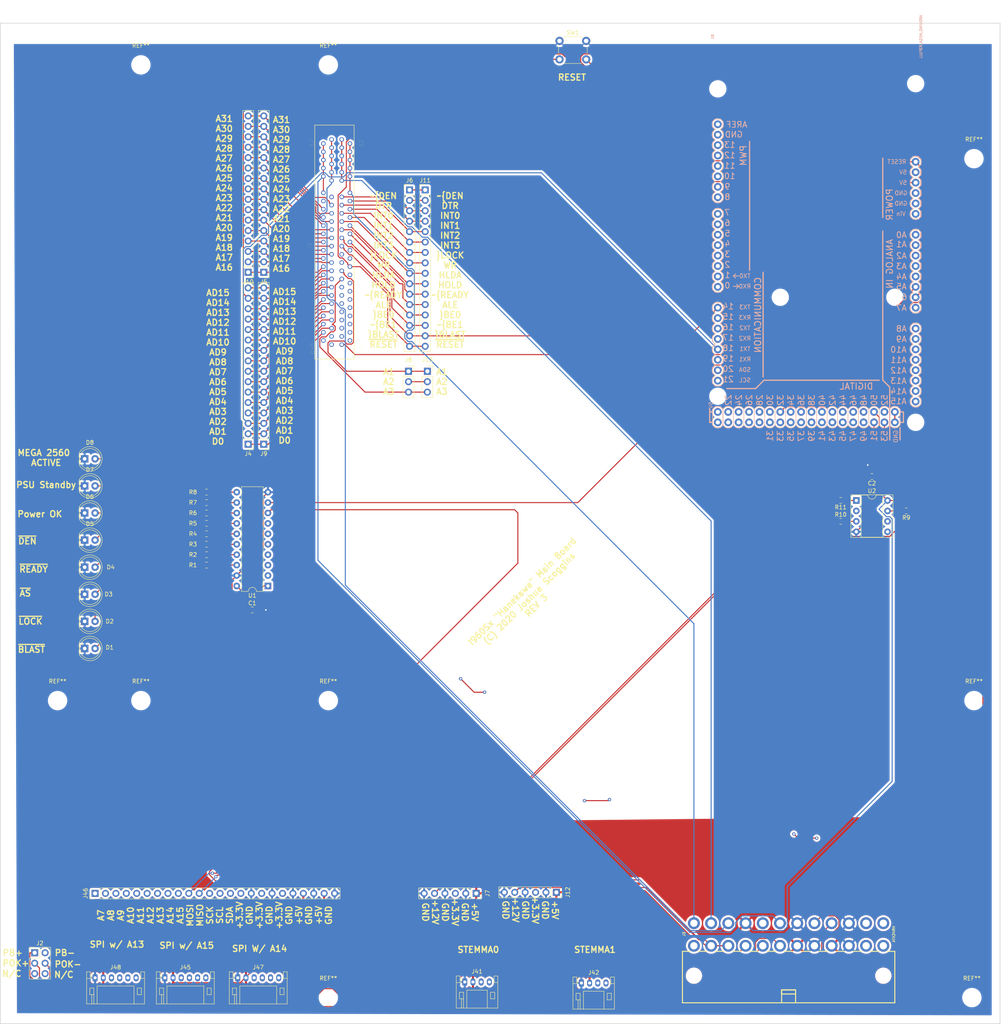
<source format=kicad_pcb>
(kicad_pcb (version 20171130) (host pcbnew 5.1.5)
  (layers (0 F.Cu signal) (1 In1.Cu signal) (2 In2.Cu signal) (31 B.Cu signal) (34 B.Paste user) (35 F.Paste user) (36 B.SilkS user) (37 F.SilkS user) (38 B.Mask user) (39 F.Mask user) (44 Edge.Cuts user))
  (net 0 "")
  (net 1 +12V)
  (net 2 /~RESET)
  (net 3 "Net-(B1-PadGND@)")
  (net 4 "Net-(B1-PadAREF)")
  (net 5 /A15)
  (net 6 /A14)
  (net 7 /A13)
  (net 8 /A12)
  (net 9 /A11)
  (net 10 /A10)
  (net 11 /A9)
  (net 12 /A8)
  (net 13 /A7)
  (net 14 /CLK2)
  (net 15 /DTR)
  (net 16 /~DEN)
  (net 17 /A3)
  (net 18 /A2)
  (net 19 /A1)
  (net 20 /~SS)
  (net 21 /SCK)
  (net 22 /MOSI)
  (net 23 /MISO)
  (net 24 /A31)
  (net 25 /A30)
  (net 26 /A29)
  (net 27 /A28)
  (net 28 /A27)
  (net 29 /A26)
  (net 30 /A25)
  (net 31 /A24)
  (net 32 /A23)
  (net 33 /A22)
  (net 34 /A21)
  (net 35 /A20)
  (net 36 /A19)
  (net 37 /A18)
  (net 38 /A17)
  (net 39 /A16)
  (net 40 /AD15)
  (net 41 /AD14)
  (net 42 /AD13)
  (net 43 /AD12)
  (net 44 /AD11)
  (net 45 /AD10)
  (net 46 /AD9)
  (net 47 /AD8)
  (net 48 /AD7)
  (net 49 /AD6)
  (net 50 /AD5)
  (net 51 /AD4)
  (net 52 /SCL)
  (net 53 /SDA)
  (net 54 /AD3)
  (net 55 /AD2)
  (net 56 /AD1)
  (net 57 /D0)
  (net 58 /~AS)
  (net 59 /~BLAST)
  (net 60 /~BE1)
  (net 61 /~BE0)
  (net 62 /ALE)
  (net 63 /~READY)
  (net 64 /HOLD)
  (net 65 /HLDA)
  (net 66 /WR)
  (net 67 /~LOCK)
  (net 68 "Net-(B1-Pad5V@2)")
  (net 69 "Net-(B1-Pad5V@1)")
  (net 70 /MEGA_ACTIVE)
  (net 71 /INT3)
  (net 72 /INT2)
  (net 73 "Net-(B1-Pad3.3V)")
  (net 74 /INT1)
  (net 75 /INT0)
  (net 76 "Net-(B1-Pad1)")
  (net 77 "Net-(B1-Pad0)")
  (net 78 GNDREF)
  (net 79 +3V3)
  (net 80 +5V)
  (net 81 "Net-(D1-Pad2)")
  (net 82 "Net-(D2-Pad2)")
  (net 83 "Net-(D3-Pad2)")
  (net 84 "Net-(D4-Pad2)")
  (net 85 "Net-(D5-Pad2)")
  (net 86 "Net-(D6-Pad2)")
  (net 87 "Net-(D7-Pad2)")
  (net 88 "Net-(D8-Pad2)")
  (net 89 "Net-(J1-PadB49)")
  (net 90 "Net-(J1-PadB48)")
  (net 91 "Net-(J1-PadB47)")
  (net 92 "Net-(J1-PadA46)")
  (net 93 "Net-(J1-PadA45)")
  (net 94 "Net-(J1-PadA44)")
  (net 95 "Net-(J1-PadA43)")
  (net 96 "Net-(J1-PadA42)")
  (net 97 "Net-(J1-PadA41)")
  (net 98 "Net-(J1-PadA40)")
  (net 99 "Net-(J1-PadA39)")
  (net 100 "Net-(J1-PadA38)")
  (net 101 "Net-(J1-PadA37)")
  (net 102 "Net-(J1-PadA36)")
  (net 103 "Net-(J1-PadA35)")
  (net 104 "Net-(J1-PadA34)")
  (net 105 "Net-(J1-PadA28)")
  (net 106 "Net-(J1-PadA27)")
  (net 107 "Net-(J1-PadA26)")
  (net 108 "Net-(J1-PadB14)")
  (net 109 "Net-(J1-PadB13)")
  (net 110 /GND0)
  (net 111 /GND11)
  (net 112 /VCC0)
  (net 113 /VCC11)
  (net 114 "Net-(J2-Pad6)")
  (net 115 "Net-(J2-Pad5)")
  (net 116 /POWER_OK_GND)
  (net 117 /POWER_OK)
  (net 118 /PWR_ON_GND)
  (net 119 /PWR_ON)
  (net 120 "Net-(J3-Pad20)")
  (net 121 -12V)
  (net 122 /PSU_STANDBY)
  (net 123 "Net-(R1-Pad1)")
  (net 124 "Net-(R2-Pad1)")
  (net 125 "Net-(R3-Pad1)")
  (net 126 "Net-(R4-Pad1)")
  (net 127 "Net-(R5-Pad1)")
  (net 128 "Net-(R6-Pad1)")
  (net 129 "Net-(R7-Pad1)")
  (net 130 "Net-(R8-Pad1)")
  (net 131 "Net-(R9-Pad2)")
  (net 132 "Net-(R10-Pad2)")
  (module Boards:ARDUINO_MEGA (layer B.Cu) (at 224.028 70.612 270)
    (fp_text reference B1 (at -46.99 25.4 270) (layer B.SilkS) (effects (font (size 0.6096 0.6096) (thickness 0.127)) (justify mirror)))
    (fp_text value ARDUINO_MEGA_R3FULL (at -46.99 -25.4 270) (layer B.SilkS) (effects (font (size 0.6096 0.6096) (thickness 0.127)) (justify mirror)))
    (fp_text user 5V (at 42.799 25.8445 270) (layer B.SilkS) (effects (font (size 0.889 0.889) (thickness 0.127)) (justify mirror)))
    (fp_text user AREF (at -25.57526 19.5072 180) (layer B.SilkS) (effects (font (size 1.4224 1.4224) (thickness 0.2032)) (justify mirror)))
    (fp_text user GND (at -23.1648 20.2184 180) (layer B.SilkS) (effects (font (size 1.4224 1.4224) (thickness 0.2032)) (justify mirror)))
    (fp_text user Vin (at -3.81 -20.5486) (layer B.SilkS) (effects (font (size 1.016 1.016) (thickness 0.1524)) (justify mirror)))
    (fp_text user GND (at -6.35 -20.5486) (layer B.SilkS) (effects (font (size 1.016 1.016) (thickness 0.1524)) (justify mirror)))
    (fp_text user GND (at -8.89 -20.5486) (layer B.SilkS) (effects (font (size 1.016 1.016) (thickness 0.1524)) (justify mirror)))
    (fp_text user 5V (at -11.43 -21.0566) (layer B.SilkS) (effects (font (size 1.016 1.016) (thickness 0.1524)) (justify mirror)))
    (fp_text user 5V (at -13.97 -21.0566) (layer B.SilkS) (effects (font (size 1.016 1.016) (thickness 0.1524)) (justify mirror)))
    (fp_text user RESET (at -16.51 -19.5326) (layer B.SilkS) (effects (font (size 1.016 1.016) (thickness 0.1524)) (justify mirror)))
    (fp_text user POWER (at -6.096 -17.78 270) (layer B.SilkS) (effects (font (size 1.524 1.524) (thickness 0.2286)) (justify mirror)))
    (fp_text user SCL (at 36.703 17.52346) (layer B.SilkS) (effects (font (size 1.016 1.016) (thickness 0.1524)) (justify mirror)))
    (fp_text user SDA (at 34.163 17.52346) (layer B.SilkS) (effects (font (size 1.016 1.016) (thickness 0.1524)) (justify mirror)))
    (fp_text user RX1 (at 31.623 17.52346) (layer B.SilkS) (effects (font (size 1.016 1.016) (thickness 0.1524)) (justify mirror)))
    (fp_text user TX1 (at 29.083 17.52346) (layer B.SilkS) (effects (font (size 1.016 1.016) (thickness 0.1524)) (justify mirror)))
    (fp_text user RX2 (at 26.543 17.52346) (layer B.SilkS) (effects (font (size 1.016 1.016) (thickness 0.1524)) (justify mirror)))
    (fp_text user TX2 (at 24.003 17.52346) (layer B.SilkS) (effects (font (size 1.016 1.016) (thickness 0.1524)) (justify mirror)))
    (fp_text user RX3 (at 21.463 17.52346) (layer B.SilkS) (effects (font (size 1.016 1.016) (thickness 0.1524)) (justify mirror)))
    (fp_text user TX3 (at 18.923 17.52346) (layer B.SilkS) (effects (font (size 1.016 1.016) (thickness 0.1524)) (justify mirror)))
    (fp_text user PWM (at -18.034 17.907 270) (layer B.SilkS) (effects (font (size 1.524 1.524) (thickness 0.2286)) (justify mirror)))
    (fp_text user RX0 (at 13.843 17.52346) (layer B.SilkS) (effects (font (size 1.016 1.016) (thickness 0.1524)) (justify mirror)))
    (fp_text user TX0 (at 11.303 17.52346) (layer B.SilkS) (effects (font (size 1.016 1.016) (thickness 0.1524)) (justify mirror)))
    (fp_text user GND (at 50.419 -19.2786 270) (layer B.SilkS) (effects (font (size 1.016 1.016) (thickness 0.1524)) (justify mirror)))
    (fp_text user DIGITAL (at 38.22446 -9.652) (layer B.SilkS) (effects (font (size 1.524 1.524) (thickness 0.2286)) (justify mirror)))
    (fp_text user COMMUNICATION (at 20.828 14.34846 270) (layer B.SilkS) (effects (font (size 1.524 1.524) (thickness 0.2286)) (justify mirror)))
    (fp_text user "ANALOG IN" (at 8.382 -17.78 270) (layer B.SilkS) (effects (font (size 1.524 1.524) (thickness 0.2286)) (justify mirror)))
    (fp_text user A15 (at 41.8338 -19.939) (layer B.SilkS) (effects (font (size 1.4224 1.4224) (thickness 0.2032)) (justify mirror)))
    (fp_text user A14 (at 39.4208 -19.939) (layer B.SilkS) (effects (font (size 1.4224 1.4224) (thickness 0.2032)) (justify mirror)))
    (fp_text user A13 (at 36.8808 -19.939) (layer B.SilkS) (effects (font (size 1.4224 1.4224) (thickness 0.2032)) (justify mirror)))
    (fp_text user A12 (at 34.3408 -19.939) (layer B.SilkS) (effects (font (size 1.4224 1.4224) (thickness 0.2032)) (justify mirror)))
    (fp_text user A11 (at 31.8008 -19.939) (layer B.SilkS) (effects (font (size 1.4224 1.4224) (thickness 0.2032)) (justify mirror)))
    (fp_text user A10 (at 29.2608 -19.939) (layer B.SilkS) (effects (font (size 1.4224 1.4224) (thickness 0.2032)) (justify mirror)))
    (fp_text user A9 (at 26.7208 -20.64766) (layer B.SilkS) (effects (font (size 1.4224 1.4224) (thickness 0.2032)) (justify mirror)))
    (fp_text user A8 (at 24.1808 -20.64766) (layer B.SilkS) (effects (font (size 1.4224 1.4224) (thickness 0.2032)) (justify mirror)))
    (fp_text user A7 (at 19.1008 -20.64766) (layer B.SilkS) (effects (font (size 1.4224 1.4224) (thickness 0.2032)) (justify mirror)))
    (fp_text user 6 (at 16.4338 -21.3614) (layer B.SilkS) (effects (font (size 1.4224 1.4224) (thickness 0.2032)) (justify mirror)))
    (fp_text user A5 (at 13.8938 -20.64766) (layer B.SilkS) (effects (font (size 1.4224 1.4224) (thickness 0.2032)) (justify mirror)))
    (fp_text user A4 (at 11.4808 -20.64766) (layer B.SilkS) (effects (font (size 1.4224 1.4224) (thickness 0.2032)) (justify mirror)))
    (fp_text user A3 (at 8.9408 -20.64766) (layer B.SilkS) (effects (font (size 1.4224 1.4224) (thickness 0.2032)) (justify mirror)))
    (fp_text user A2 (at 6.4008 -20.64766) (layer B.SilkS) (effects (font (size 1.4224 1.4224) (thickness 0.2032)) (justify mirror)))
    (fp_text user A1 (at 3.60426 -20.64766) (layer B.SilkS) (effects (font (size 1.4224 1.4224) (thickness 0.2032)) (justify mirror)))
    (fp_text user A0 (at 1.3208 -20.64766) (layer B.SilkS) (effects (font (size 1.4224 1.4224) (thickness 0.2032)) (justify mirror)))
    (fp_text user 53 (at 50.3174 -16.5354 270) (layer B.SilkS) (effects (font (size 1.4224 1.4224) (thickness 0.2032)) (justify mirror)))
    (fp_text user 51 (at 50.3174 -13.9954 270) (layer B.SilkS) (effects (font (size 1.4224 1.4224) (thickness 0.2032)) (justify mirror)))
    (fp_text user 49 (at 50.3174 -11.4554 270) (layer B.SilkS) (effects (font (size 1.4224 1.4224) (thickness 0.2032)) (justify mirror)))
    (fp_text user 47 (at 50.3174 -8.9154 270) (layer B.SilkS) (effects (font (size 1.4224 1.4224) (thickness 0.2032)) (justify mirror)))
    (fp_text user 45 (at 50.3174 -6.3754 270) (layer B.SilkS) (effects (font (size 1.4224 1.4224) (thickness 0.2032)) (justify mirror)))
    (fp_text user 43 (at 50.3174 -3.8354 270) (layer B.SilkS) (effects (font (size 1.4224 1.4224) (thickness 0.2032)) (justify mirror)))
    (fp_text user 41 (at 50.3174 -1.29286 270) (layer B.SilkS) (effects (font (size 1.4224 1.4224) (thickness 0.2032)) (justify mirror)))
    (fp_text user 39 (at 50.3174 1.2446 270) (layer B.SilkS) (effects (font (size 1.4224 1.4224) (thickness 0.2032)) (justify mirror)))
    (fp_text user 37 (at 50.3174 3.7846 270) (layer B.SilkS) (effects (font (size 1.4224 1.4224) (thickness 0.2032)) (justify mirror)))
    (fp_text user 35 (at 50.3174 6.3246 270) (layer B.SilkS) (effects (font (size 1.4224 1.4224) (thickness 0.2032)) (justify mirror)))
    (fp_text user 33 (at 50.3174 8.86206 270) (layer B.SilkS) (effects (font (size 1.4224 1.4224) (thickness 0.2032)) (justify mirror)))
    (fp_text user 31 (at 50.3174 11.4046 270) (layer B.SilkS) (effects (font (size 1.4224 1.4224) (thickness 0.2032)) (justify mirror)))
    (fp_text user 52 (at 41.5798 -16.5608 270) (layer B.SilkS) (effects (font (size 1.4224 1.4224) (thickness 0.2032)) (justify mirror)))
    (fp_text user 48 (at 41.5798 -11.4808 270) (layer B.SilkS) (effects (font (size 1.4224 1.4224) (thickness 0.2032)) (justify mirror)))
    (fp_text user 50 (at 41.5798 -14.0208 270) (layer B.SilkS) (effects (font (size 1.4224 1.4224) (thickness 0.2032)) (justify mirror)))
    (fp_text user 46 (at 41.5798 -8.9408 270) (layer B.SilkS) (effects (font (size 1.4224 1.4224) (thickness 0.2032)) (justify mirror)))
    (fp_text user 44 (at 41.5798 -6.4008 270) (layer B.SilkS) (effects (font (size 1.4224 1.4224) (thickness 0.2032)) (justify mirror)))
    (fp_text user 42 (at 41.5798 -3.8608 270) (layer B.SilkS) (effects (font (size 1.4224 1.4224) (thickness 0.2032)) (justify mirror)))
    (fp_text user 40 (at 41.5798 -1.3208 270) (layer B.SilkS) (effects (font (size 1.4224 1.4224) (thickness 0.2032)) (justify mirror)))
    (fp_text user 38 (at 41.5798 1.2192 270) (layer B.SilkS) (effects (font (size 1.4224 1.4224) (thickness 0.2032)) (justify mirror)))
    (fp_text user 36 (at 41.5798 3.7592 270) (layer B.SilkS) (effects (font (size 1.4224 1.4224) (thickness 0.2032)) (justify mirror)))
    (fp_text user 34 (at 41.5798 6.2992 270) (layer B.SilkS) (effects (font (size 1.4224 1.4224) (thickness 0.2032)) (justify mirror)))
    (fp_text user 32 (at 41.5798 8.83666 270) (layer B.SilkS) (effects (font (size 1.4224 1.4224) (thickness 0.2032)) (justify mirror)))
    (fp_text user 30 (at 41.5798 11.3792 270) (layer B.SilkS) (effects (font (size 1.4224 1.4224) (thickness 0.2032)) (justify mirror)))
    (fp_text user 28 (at 41.5798 13.9192 270) (layer B.SilkS) (effects (font (size 1.4224 1.4224) (thickness 0.2032)) (justify mirror)))
    (fp_text user 26 (at 41.5798 16.4592 270) (layer B.SilkS) (effects (font (size 1.4224 1.4224) (thickness 0.2032)) (justify mirror)))
    (fp_text user 24 (at 41.5798 18.9992 270) (layer B.SilkS) (effects (font (size 1.4224 1.4224) (thickness 0.2032)) (justify mirror)))
    (fp_text user 22 (at 41.5798 21.5392 270) (layer B.SilkS) (effects (font (size 1.4224 1.4224) (thickness 0.2032)) (justify mirror)))
    (fp_text user 21 (at 36.4998 21.6154) (layer B.SilkS) (effects (font (size 1.4224 1.4224) (thickness 0.2032)) (justify mirror)))
    (fp_text user 20 (at 33.9598 21.6154) (layer B.SilkS) (effects (font (size 1.4224 1.4224) (thickness 0.2032)) (justify mirror)))
    (fp_text user 19 (at 31.4198 21.6154) (layer B.SilkS) (effects (font (size 1.4224 1.4224) (thickness 0.2032)) (justify mirror)))
    (fp_text user 18 (at 28.8798 21.6154) (layer B.SilkS) (effects (font (size 1.4224 1.4224) (thickness 0.2032)) (justify mirror)))
    (fp_text user 17 (at 26.3398 21.6154) (layer B.SilkS) (effects (font (size 1.4224 1.4224) (thickness 0.2032)) (justify mirror)))
    (fp_text user 16 (at 23.7998 21.6154) (layer B.SilkS) (effects (font (size 1.4224 1.4224) (thickness 0.2032)) (justify mirror)))
    (fp_text user 15 (at 21.2598 21.6154) (layer B.SilkS) (effects (font (size 1.4224 1.4224) (thickness 0.2032)) (justify mirror)))
    (fp_text user 14 (at 18.7198 21.6154) (layer B.SilkS) (effects (font (size 1.4224 1.4224) (thickness 0.2032)) (justify mirror)))
    (fp_text user 13 (at -20.64766 21.2344) (layer B.SilkS) (effects (font (size 1.4224 1.4224) (thickness 0.2032)) (justify mirror)))
    (fp_text user 12 (at -18.1102 21.2344) (layer B.SilkS) (effects (font (size 1.4224 1.4224) (thickness 0.2032)) (justify mirror)))
    (fp_text user 11 (at -15.5702 21.2344) (layer B.SilkS) (effects (font (size 1.4224 1.4224) (thickness 0.2032)) (justify mirror)))
    (fp_text user 10 (at -13.0302 21.2344) (layer B.SilkS) (effects (font (size 1.4224 1.4224) (thickness 0.2032)) (justify mirror)))
    (fp_text user 9 (at -10.4902 21.7932) (layer B.SilkS) (effects (font (size 1.4224 1.4224) (thickness 0.2032)) (justify mirror)))
    (fp_text user 8 (at -7.9502 21.7932) (layer B.SilkS) (effects (font (size 1.4224 1.4224) (thickness 0.2032)) (justify mirror)))
    (fp_text user 7 (at -4.1402 21.7932) (layer B.SilkS) (effects (font (size 1.4224 1.4224) (thickness 0.2032)) (justify mirror)))
    (fp_text user 6 (at -1.6002 21.7932) (layer B.SilkS) (effects (font (size 1.4224 1.4224) (thickness 0.2032)) (justify mirror)))
    (fp_text user 5 (at 0.9398 21.7932) (layer B.SilkS) (effects (font (size 1.4224 1.4224) (thickness 0.2032)) (justify mirror)))
    (fp_text user 4 (at 3.4798 21.7932) (layer B.SilkS) (effects (font (size 1.4224 1.4224) (thickness 0.2032)) (justify mirror)))
    (fp_text user 3 (at 6.0198 21.7932) (layer B.SilkS) (effects (font (size 1.4224 1.4224) (thickness 0.2032)) (justify mirror)))
    (fp_text user 2 (at 8.5598 21.7932) (layer B.SilkS) (effects (font (size 1.4224 1.4224) (thickness 0.2032)) (justify mirror)))
    (fp_text user 1 (at 11.0998 21.7932) (layer B.SilkS) (effects (font (size 1.4224 1.4224) (thickness 0.2032)) (justify mirror)))
    (fp_text user 0 (at 13.6398 21.7932) (layer B.SilkS) (effects (font (size 1.4224 1.4224) (thickness 0.2032)) (justify mirror)))
    (pad "" np_thru_hole circle (at 46.99 -24.13 270) (size 3.19786 3.19786) (drill 3.19786) (layers *.Cu *.Mask))
    (pad "" np_thru_hole circle (at 40.64 24.13 270) (size 3.19786 3.19786) (drill 3.19786) (layers *.Cu *.Mask))
    (pad "" np_thru_hole circle (at 16.51 -19.05 270) (size 3.19786 3.19786) (drill 3.19786) (layers *.Cu *.Mask))
    (pad "" np_thru_hole circle (at 16.51 8.89 270) (size 3.19786 3.19786) (drill 3.19786) (layers *.Cu *.Mask))
    (pad "" np_thru_hole circle (at -35.56 -24.13 270) (size 3.19786 3.19786) (drill 3.19786) (layers *.Cu *.Mask))
    (pad "" np_thru_hole circle (at -34.29 24.13 270) (size 3.19786 3.19786) (drill 3.19786) (layers *.Cu *.Mask))
    (pad VIN thru_hole circle (at -3.81 -24.13 270) (size 1.8796 1.8796) (drill 1.016) (layers *.Cu *.Mask) (net 1 +12V))
    (pad RESE thru_hole circle (at -16.51 -24.13 270) (size 1.8796 1.8796) (drill 1.016) (layers *.Cu *.Mask) (net 2 /~RESET))
    (pad GND@ thru_hole circle (at -23.114 24.13 270) (size 1.8796 1.8796) (drill 1.016) (layers *.Cu *.Mask) (net 3 "Net-(B1-PadGND@)"))
    (pad GND@ thru_hole circle (at 46.99 -19.05 270) (size 1.8796 1.8796) (drill 1.016) (layers *.Cu *.Mask) (net 3 "Net-(B1-PadGND@)"))
    (pad GND@ thru_hole circle (at 44.45 -19.05 270) (size 1.8796 1.8796) (drill 1.016) (layers *.Cu *.Mask) (net 3 "Net-(B1-PadGND@)"))
    (pad GND@ thru_hole circle (at -6.35 -24.13 270) (size 1.8796 1.8796) (drill 1.016) (layers *.Cu *.Mask) (net 3 "Net-(B1-PadGND@)"))
    (pad GND@ thru_hole circle (at -8.89 -24.13 270) (size 1.8796 1.8796) (drill 1.016) (layers *.Cu *.Mask) (net 3 "Net-(B1-PadGND@)"))
    (pad AREF thru_hole circle (at -25.654 24.13 270) (size 1.8796 1.8796) (drill 1.016) (layers *.Cu *.Mask) (net 4 "Net-(B1-PadAREF)"))
    (pad A15 thru_hole circle (at 41.91 -24.13 270) (size 1.8796 1.8796) (drill 1.016) (layers *.Cu *.Mask) (net 5 /A15))
    (pad A14 thru_hole circle (at 39.37 -24.13 270) (size 1.8796 1.8796) (drill 1.016) (layers *.Cu *.Mask) (net 6 /A14))
    (pad A13 thru_hole circle (at 36.83 -24.13 270) (size 1.8796 1.8796) (drill 1.016) (layers *.Cu *.Mask) (net 7 /A13))
    (pad A12 thru_hole circle (at 34.29 -24.13 270) (size 1.8796 1.8796) (drill 1.016) (layers *.Cu *.Mask) (net 8 /A12))
    (pad A11 thru_hole circle (at 31.75 -24.13 270) (size 1.8796 1.8796) (drill 1.016) (layers *.Cu *.Mask) (net 9 /A11))
    (pad A10 thru_hole circle (at 29.21 -24.13 270) (size 1.8796 1.8796) (drill 1.016) (layers *.Cu *.Mask) (net 10 /A10))
    (pad A9 thru_hole circle (at 26.67 -24.13 270) (size 1.8796 1.8796) (drill 1.016) (layers *.Cu *.Mask) (net 11 /A9))
    (pad A8 thru_hole circle (at 24.13 -24.13 270) (size 1.8796 1.8796) (drill 1.016) (layers *.Cu *.Mask) (net 12 /A8))
    (pad A7 thru_hole circle (at 19.05 -24.13 270) (size 1.8796 1.8796) (drill 1.016) (layers *.Cu *.Mask) (net 13 /A7))
    (pad A6 thru_hole circle (at 16.51 -24.13 270) (size 1.8796 1.8796) (drill 1.016) (layers *.Cu *.Mask) (net 2 /~RESET))
    (pad A5 thru_hole circle (at 13.97 -24.13 270) (size 1.8796 1.8796) (drill 1.016) (layers *.Cu *.Mask) (net 14 /CLK2))
    (pad A4 thru_hole circle (at 11.43 -24.13 270) (size 1.8796 1.8796) (drill 1.016) (layers *.Cu *.Mask) (net 15 /DTR))
    (pad A3 thru_hole circle (at 8.89 -24.13 270) (size 1.8796 1.8796) (drill 1.016) (layers *.Cu *.Mask) (net 16 /~DEN))
    (pad A2 thru_hole circle (at 6.35 -24.13 270) (size 1.8796 1.8796) (drill 1.016) (layers *.Cu *.Mask) (net 17 /A3))
    (pad A1 thru_hole circle (at 3.81 -24.13 270) (size 1.8796 1.8796) (drill 1.016) (layers *.Cu *.Mask) (net 18 /A2))
    (pad A0 thru_hole circle (at 1.27 -24.13 270) (size 1.8796 1.8796) (drill 1.016) (layers *.Cu *.Mask) (net 19 /A1))
    (pad 53 thru_hole circle (at 46.99 -16.51 270) (size 1.8796 3.7592) (drill 1.016) (layers *.Cu *.Mask) (net 20 /~SS))
    (pad 52 thru_hole circle (at 44.45 -16.51 270) (size 1.8796 3.7592) (drill 1.016) (layers *.Cu *.Mask) (net 21 /SCK))
    (pad 51 thru_hole circle (at 46.99 -13.97 270) (size 1.8796 3.7592) (drill 1.016) (layers *.Cu *.Mask) (net 22 /MOSI))
    (pad 50 thru_hole circle (at 44.45 -13.97 270) (size 1.8796 3.7592) (drill 1.016) (layers *.Cu *.Mask) (net 23 /MISO))
    (pad 49 thru_hole circle (at 46.99 -11.43 270) (size 1.8796 3.7592) (drill 1.016) (layers *.Cu *.Mask) (net 24 /A31))
    (pad 48 thru_hole circle (at 44.45 -11.43 270) (size 1.8796 3.7592) (drill 1.016) (layers *.Cu *.Mask) (net 25 /A30))
    (pad 47 thru_hole circle (at 46.99 -8.89 270) (size 1.8796 3.7592) (drill 1.016) (layers *.Cu *.Mask) (net 26 /A29))
    (pad 46 thru_hole circle (at 44.45 -8.89 270) (size 1.8796 3.7592) (drill 1.016) (layers *.Cu *.Mask) (net 27 /A28))
    (pad 45 thru_hole circle (at 46.99 -6.35 270) (size 1.8796 3.7592) (drill 1.016) (layers *.Cu *.Mask) (net 28 /A27))
    (pad 44 thru_hole circle (at 44.45 -6.35 270) (size 1.8796 3.7592) (drill 1.016) (layers *.Cu *.Mask) (net 29 /A26))
    (pad 43 thru_hole circle (at 46.99 -3.81 270) (size 1.8796 3.7592) (drill 1.016) (layers *.Cu *.Mask) (net 30 /A25))
    (pad 42 thru_hole circle (at 44.45 -3.81 270) (size 1.8796 3.7592) (drill 1.016) (layers *.Cu *.Mask) (net 31 /A24))
    (pad 41 thru_hole circle (at 46.99 -1.27 270) (size 1.8796 3.7592) (drill 1.016) (layers *.Cu *.Mask) (net 32 /A23))
    (pad 40 thru_hole circle (at 44.45 -1.27 270) (size 1.8796 3.7592) (drill 1.016) (layers *.Cu *.Mask) (net 33 /A22))
    (pad 39 thru_hole circle (at 46.99 1.27 270) (size 1.8796 3.7592) (drill 1.016) (layers *.Cu *.Mask) (net 34 /A21))
    (pad 38 thru_hole circle (at 44.45 1.27 270) (size 1.8796 3.7592) (drill 1.016) (layers *.Cu *.Mask) (net 35 /A20))
    (pad 37 thru_hole circle (at 46.99 3.81 270) (size 1.8796 3.7592) (drill 1.016) (layers *.Cu *.Mask) (net 36 /A19))
    (pad 36 thru_hole circle (at 44.45 3.81 270) (size 1.8796 3.7592) (drill 1.016) (layers *.Cu *.Mask) (net 37 /A18))
    (pad 35 thru_hole circle (at 46.99 6.35 270) (size 1.8796 3.7592) (drill 1.016) (layers *.Cu *.Mask) (net 38 /A17))
    (pad 34 thru_hole circle (at 44.45 6.35 270) (size 1.8796 3.7592) (drill 1.016) (layers *.Cu *.Mask) (net 39 /A16))
    (pad 33 thru_hole circle (at 46.99 8.89 270) (size 1.8796 3.7592) (drill 1.016) (layers *.Cu *.Mask) (net 40 /AD15))
    (pad 32 thru_hole circle (at 44.45 8.89 270) (size 1.8796 3.7592) (drill 1.016) (layers *.Cu *.Mask) (net 41 /AD14))
    (pad 31 thru_hole circle (at 46.99 11.43 270) (size 1.8796 3.7592) (drill 1.016) (layers *.Cu *.Mask) (net 42 /AD13))
    (pad 30 thru_hole circle (at 44.45 11.43 270) (size 1.8796 3.7592) (drill 1.016) (layers *.Cu *.Mask) (net 43 /AD12))
    (pad 29 thru_hole circle (at 46.99 13.97 270) (size 1.8796 3.7592) (drill 1.016) (layers *.Cu *.Mask) (net 44 /AD11))
    (pad 28 thru_hole circle (at 44.45 13.97 270) (size 1.8796 3.7592) (drill 1.016) (layers *.Cu *.Mask) (net 45 /AD10))
    (pad 27 thru_hole circle (at 46.99 16.51 270) (size 1.8796 3.7592) (drill 1.016) (layers *.Cu *.Mask) (net 46 /AD9))
    (pad 26 thru_hole circle (at 44.45 16.51 270) (size 1.8796 3.7592) (drill 1.016) (layers *.Cu *.Mask) (net 47 /AD8))
    (pad 25 thru_hole circle (at 46.99 19.05 270) (size 1.8796 3.7592) (drill 1.016) (layers *.Cu *.Mask) (net 48 /AD7))
    (pad 24 thru_hole circle (at 44.45 19.05 270) (size 1.8796 3.7592) (drill 1.016) (layers *.Cu *.Mask) (net 49 /AD6))
    (pad 23 thru_hole circle (at 46.99 21.59 270) (size 1.8796 3.7592) (drill 1.016) (layers *.Cu *.Mask) (net 50 /AD5))
    (pad 22 thru_hole circle (at 44.45 21.59 270) (size 1.8796 3.7592) (drill 1.016) (layers *.Cu *.Mask) (net 51 /AD4))
    (pad 21 thru_hole circle (at 36.83 24.13 270) (size 1.8796 1.8796) (drill 1.016) (layers *.Cu *.Mask) (net 52 /SCL))
    (pad 20 thru_hole circle (at 34.29 24.13 270) (size 1.8796 1.8796) (drill 1.016) (layers *.Cu *.Mask) (net 53 /SDA))
    (pad 19 thru_hole circle (at 31.75 24.13 270) (size 1.8796 1.8796) (drill 1.016) (layers *.Cu *.Mask) (net 54 /AD3))
    (pad 18 thru_hole circle (at 29.21 24.13 270) (size 1.8796 1.8796) (drill 1.016) (layers *.Cu *.Mask) (net 55 /AD2))
    (pad 17 thru_hole circle (at 26.67 24.13 270) (size 1.8796 1.8796) (drill 1.016) (layers *.Cu *.Mask) (net 56 /AD1))
    (pad 16 thru_hole circle (at 24.13 24.13 270) (size 1.8796 1.8796) (drill 1.016) (layers *.Cu *.Mask) (net 57 /D0))
    (pad 15 thru_hole circle (at 21.59 24.13 270) (size 1.8796 1.8796) (drill 1.016) (layers *.Cu *.Mask) (net 58 /~AS))
    (pad 14 thru_hole circle (at 19.05 24.13 270) (size 1.8796 1.8796) (drill 1.016) (layers *.Cu *.Mask) (net 59 /~BLAST))
    (pad 13 thru_hole circle (at -20.574 24.13 270) (size 1.8796 1.8796) (drill 1.016) (layers *.Cu *.Mask) (net 60 /~BE1))
    (pad 12 thru_hole circle (at -18.034 24.13 270) (size 1.8796 1.8796) (drill 1.016) (layers *.Cu *.Mask) (net 75 /INT0))
    (pad 11 thru_hole circle (at -15.494 24.13 270) (size 1.8796 1.8796) (drill 1.016) (layers *.Cu *.Mask) (net 74 /INT1))
    (pad 10 thru_hole circle (at -12.954 24.13 270) (size 1.8796 1.8796) (drill 1.016) (layers *.Cu *.Mask) (net 72 /INT2))
    (pad 9 thru_hole circle (at -10.414 24.13 270) (size 1.8796 1.8796) (drill 1.016) (layers *.Cu *.Mask) (net 71 /INT3))
    (pad 8 thru_hole circle (at -7.874 24.13 270) (size 1.8796 1.8796) (drill 1.016) (layers *.Cu *.Mask) (net 67 /~LOCK))
    (pad 7 thru_hole circle (at -3.81 24.13 270) (size 1.8796 1.8796) (drill 1.016) (layers *.Cu *.Mask) (net 66 /WR))
    (pad 6 thru_hole circle (at -1.27 24.13 270) (size 1.8796 1.8796) (drill 1.016) (layers *.Cu *.Mask) (net 65 /HLDA))
    (pad 5V@2 thru_hole circle (at 46.99 24.13 270) (size 1.8796 1.8796) (drill 1.016) (layers *.Cu *.Mask) (net 68 "Net-(B1-Pad5V@2)"))
    (pad 5V@1 thru_hole circle (at 44.45 24.13 270) (size 1.8796 1.8796) (drill 1.016) (layers *.Cu *.Mask) (net 69 "Net-(B1-Pad5V@1)"))
    (pad 5V@0 thru_hole circle (at -11.43 -24.13 270) (size 1.8796 1.8796) (drill 1.016) (layers *.Cu *.Mask) (net 70 /MEGA_ACTIVE))
    (pad 5 thru_hole circle (at 1.27 24.13 270) (size 1.8796 1.8796) (drill 1.016) (layers *.Cu *.Mask) (net 64 /HOLD))
    (pad 4 thru_hole circle (at 3.81 24.13 270) (size 1.8796 1.8796) (drill 1.016) (layers *.Cu *.Mask) (net 63 /~READY))
    (pad 3.3V thru_hole circle (at -13.97 -24.13 270) (size 1.8796 1.8796) (drill 1.016) (layers *.Cu *.Mask) (net 73 "Net-(B1-Pad3.3V)"))
    (pad 3 thru_hole circle (at 6.35 24.13 270) (size 1.8796 1.8796) (drill 1.016) (layers *.Cu *.Mask) (net 62 /ALE))
    (pad 2 thru_hole circle (at 8.89 24.13 270) (size 1.8796 1.8796) (drill 1.016) (layers *.Cu *.Mask) (net 61 /~BE0))
    (pad 1 thru_hole circle (at 11.43 24.13 270) (size 1.8796 1.8796) (drill 1.016) (layers *.Cu *.Mask) (net 76 "Net-(B1-Pad1)"))
    (pad 0 thru_hole circle (at 13.97 24.13 270) (size 1.8796 1.8796) (drill 1.016) (layers *.Cu *.Mask) (net 77 "Net-(B1-Pad0)"))
  )
  (module Package_DIP:DIP-8_W7.62mm_Socket (layer F.Cu) (at 233.68 136.652)
    (fp_text reference U2 (at 3.81 -2.33) (layer F.SilkS))
    (fp_text value 23LC1024)
    (pad 8 thru_hole oval (at 7.62 0) (size 1.6 1.6) (drill 0.8) (layers *.Cu *.Mask) (net 80 +5V))
    (pad 4 thru_hole oval (at 0 7.62) (size 1.6 1.6) (drill 0.8) (layers *.Cu *.Mask) (net 78 GNDREF))
    (pad 7 thru_hole oval (at 7.62 2.54) (size 1.6 1.6) (drill 0.8) (layers *.Cu *.Mask) (net 131 "Net-(R9-Pad2)"))
    (pad 3 thru_hole oval (at 0 5.08) (size 1.6 1.6) (drill 0.8) (layers *.Cu *.Mask) (net 132 "Net-(R10-Pad2)"))
    (pad 6 thru_hole oval (at 7.62 5.08) (size 1.6 1.6) (drill 0.8) (layers *.Cu *.Mask) (net 21 /SCK))
    (pad 2 thru_hole oval (at 0 2.54) (size 1.6 1.6) (drill 0.8) (layers *.Cu *.Mask) (net 23 /MISO))
    (pad 5 thru_hole oval (at 7.62 7.62) (size 1.6 1.6) (drill 0.8) (layers *.Cu *.Mask) (net 22 /MOSI))
    (pad 1 thru_hole rect (at 0 0) (size 1.6 1.6) (drill 0.8) (layers *.Cu *.Mask) (net 20 /~SS))
  )
  (module Connector_PinSocket_2.54mm:PinSocket_1x03_P2.54mm_Vertical (layer F.Cu) (at 129.06 105.156)
    (fp_text reference J13 (at 0 -2.77) (layer F.SilkS))
    (fp_text value Conn_01x03)
    (pad 3 thru_hole oval (at 0 5.08) (size 1.7 1.7) (drill 1) (layers *.Cu *.Mask) (net 17 /A3))
    (pad 2 thru_hole oval (at 0 2.54) (size 1.7 1.7) (drill 1) (layers *.Cu *.Mask) (net 18 /A2))
    (pad 1 thru_hole rect (at 0 0) (size 1.7 1.7) (drill 1) (layers *.Cu *.Mask) (net 19 /A1))
  )
  (module Connector_PinSocket_2.54mm:PinSocket_1x03_P2.54mm_Vertical (layer F.Cu) (at 124.46 105.156)
    (fp_text reference J8 (at 0 -2.77) (layer F.SilkS))
    (fp_text value Conn_01x03)
    (pad 3 thru_hole oval (at 0 5.08) (size 1.7 1.7) (drill 1) (layers *.Cu *.Mask) (net 17 /A3))
    (pad 2 thru_hole oval (at 0 2.54) (size 1.7 1.7) (drill 1) (layers *.Cu *.Mask) (net 18 /A2))
    (pad 1 thru_hole rect (at 0 0) (size 1.7 1.7) (drill 1) (layers *.Cu *.Mask) (net 19 /A1))
  )
  (module Connector_PinSocket_2.54mm:PinSocket_1x06_P2.54mm_Vertical (layer F.Cu) (at 160.528 232.156 270)
    (fp_text reference J12 (at 0 -2.77 90) (layer F.SilkS))
    (fp_text value Conn_01x06)
    (pad 6 thru_hole oval (at 0 12.7 270) (size 1.7 1.7) (drill 1) (layers *.Cu *.Mask) (net 78 GNDREF))
    (pad 5 thru_hole oval (at 0 10.16 270) (size 1.7 1.7) (drill 1) (layers *.Cu *.Mask) (net 1 +12V))
    (pad 4 thru_hole oval (at 0 7.62 270) (size 1.7 1.7) (drill 1) (layers *.Cu *.Mask) (net 78 GNDREF))
    (pad 3 thru_hole oval (at 0 5.08 270) (size 1.7 1.7) (drill 1) (layers *.Cu *.Mask) (net 79 +3V3))
    (pad 2 thru_hole oval (at 0 2.54 270) (size 1.7 1.7) (drill 1) (layers *.Cu *.Mask) (net 78 GNDREF))
    (pad 1 thru_hole rect (at 0 0 270) (size 1.7 1.7) (drill 1) (layers *.Cu *.Mask) (net 80 +5V))
  )
  (module Connector_PinHeader_2.54mm:PinHeader_1x16_P2.54mm_Vertical (layer F.Cu) (at 128.524 60.96)
    (fp_text reference J11 (at 0 -2.33) (layer F.SilkS))
    (fp_text value Conn_01x16)
    (pad 16 thru_hole oval (at 0 38.1) (size 1.7 1.7) (drill 1) (layers *.Cu *.Mask) (net 2 /~RESET))
    (pad 15 thru_hole oval (at 0 35.56) (size 1.7 1.7) (drill 1) (layers *.Cu *.Mask) (net 59 /~BLAST))
    (pad 14 thru_hole oval (at 0 33.02) (size 1.7 1.7) (drill 1) (layers *.Cu *.Mask) (net 60 /~BE1))
    (pad 13 thru_hole oval (at 0 30.48) (size 1.7 1.7) (drill 1) (layers *.Cu *.Mask) (net 61 /~BE0))
    (pad 12 thru_hole oval (at 0 27.94) (size 1.7 1.7) (drill 1) (layers *.Cu *.Mask) (net 62 /ALE))
    (pad 11 thru_hole oval (at 0 25.4) (size 1.7 1.7) (drill 1) (layers *.Cu *.Mask) (net 63 /~READY))
    (pad 10 thru_hole oval (at 0 22.86) (size 1.7 1.7) (drill 1) (layers *.Cu *.Mask) (net 64 /HOLD))
    (pad 9 thru_hole oval (at 0 20.32) (size 1.7 1.7) (drill 1) (layers *.Cu *.Mask) (net 65 /HLDA))
    (pad 8 thru_hole oval (at 0 17.78) (size 1.7 1.7) (drill 1) (layers *.Cu *.Mask) (net 66 /WR))
    (pad 7 thru_hole oval (at 0 15.24) (size 1.7 1.7) (drill 1) (layers *.Cu *.Mask) (net 67 /~LOCK))
    (pad 6 thru_hole oval (at 0 12.7) (size 1.7 1.7) (drill 1) (layers *.Cu *.Mask) (net 71 /INT3))
    (pad 5 thru_hole oval (at 0 10.16) (size 1.7 1.7) (drill 1) (layers *.Cu *.Mask) (net 72 /INT2))
    (pad 4 thru_hole oval (at 0 7.62) (size 1.7 1.7) (drill 1) (layers *.Cu *.Mask) (net 74 /INT1))
    (pad 3 thru_hole oval (at 0 5.08) (size 1.7 1.7) (drill 1) (layers *.Cu *.Mask) (net 75 /INT0))
    (pad 2 thru_hole oval (at 0 2.54) (size 1.7 1.7) (drill 1) (layers *.Cu *.Mask) (net 15 /DTR))
    (pad 1 thru_hole rect (at 0 0) (size 1.7 1.7) (drill 1) (layers *.Cu *.Mask) (net 16 /~DEN))
  )
  (module Connector_PinHeader_2.54mm:PinHeader_1x16_P2.54mm_Vertical (layer F.Cu) (at 85.344 81.026 180)
    (fp_text reference J10 (at 0 -2.33) (layer F.SilkS))
    (fp_text value Conn_01x16)
    (pad 16 thru_hole oval (at 0 38.1 180) (size 1.7 1.7) (drill 1) (layers *.Cu *.Mask) (net 24 /A31))
    (pad 15 thru_hole oval (at 0 35.56 180) (size 1.7 1.7) (drill 1) (layers *.Cu *.Mask) (net 25 /A30))
    (pad 14 thru_hole oval (at 0 33.02 180) (size 1.7 1.7) (drill 1) (layers *.Cu *.Mask) (net 26 /A29))
    (pad 13 thru_hole oval (at 0 30.48 180) (size 1.7 1.7) (drill 1) (layers *.Cu *.Mask) (net 27 /A28))
    (pad 12 thru_hole oval (at 0 27.94 180) (size 1.7 1.7) (drill 1) (layers *.Cu *.Mask) (net 28 /A27))
    (pad 11 thru_hole oval (at 0 25.4 180) (size 1.7 1.7) (drill 1) (layers *.Cu *.Mask) (net 29 /A26))
    (pad 10 thru_hole oval (at 0 22.86 180) (size 1.7 1.7) (drill 1) (layers *.Cu *.Mask) (net 30 /A25))
    (pad 9 thru_hole oval (at 0 20.32 180) (size 1.7 1.7) (drill 1) (layers *.Cu *.Mask) (net 31 /A24))
    (pad 8 thru_hole oval (at 0 17.78 180) (size 1.7 1.7) (drill 1) (layers *.Cu *.Mask) (net 32 /A23))
    (pad 7 thru_hole oval (at 0 15.24 180) (size 1.7 1.7) (drill 1) (layers *.Cu *.Mask) (net 33 /A22))
    (pad 6 thru_hole oval (at 0 12.7 180) (size 1.7 1.7) (drill 1) (layers *.Cu *.Mask) (net 34 /A21))
    (pad 5 thru_hole oval (at 0 10.16 180) (size 1.7 1.7) (drill 1) (layers *.Cu *.Mask) (net 35 /A20))
    (pad 4 thru_hole oval (at 0 7.62 180) (size 1.7 1.7) (drill 1) (layers *.Cu *.Mask) (net 36 /A19))
    (pad 3 thru_hole oval (at 0 5.08 180) (size 1.7 1.7) (drill 1) (layers *.Cu *.Mask) (net 37 /A18))
    (pad 2 thru_hole oval (at 0 2.54 180) (size 1.7 1.7) (drill 1) (layers *.Cu *.Mask) (net 38 /A17))
    (pad 1 thru_hole rect (at 0 0 180) (size 1.7 1.7) (drill 1) (layers *.Cu *.Mask) (net 39 /A16))
  )
  (module Connector_PinSocket_2.54mm:PinSocket_1x06_P2.54mm_Vertical (layer F.Cu) (at 140.97 232.41 270)
    (fp_text reference J7 (at 0 -2.77 90) (layer F.SilkS))
    (fp_text value Conn_01x06)
    (pad 6 thru_hole oval (at 0 12.7 270) (size 1.7 1.7) (drill 1) (layers *.Cu *.Mask) (net 78 GNDREF))
    (pad 5 thru_hole oval (at 0 10.16 270) (size 1.7 1.7) (drill 1) (layers *.Cu *.Mask) (net 1 +12V))
    (pad 4 thru_hole oval (at 0 7.62 270) (size 1.7 1.7) (drill 1) (layers *.Cu *.Mask) (net 78 GNDREF))
    (pad 3 thru_hole oval (at 0 5.08 270) (size 1.7 1.7) (drill 1) (layers *.Cu *.Mask) (net 79 +3V3))
    (pad 2 thru_hole oval (at 0 2.54 270) (size 1.7 1.7) (drill 1) (layers *.Cu *.Mask) (net 78 GNDREF))
    (pad 1 thru_hole rect (at 0 0 270) (size 1.7 1.7) (drill 1) (layers *.Cu *.Mask) (net 80 +5V))
  )
  (module Connector_PinHeader_2.54mm:PinHeader_1x16_P2.54mm_Vertical (layer F.Cu) (at 124.714 60.96)
    (fp_text reference J6 (at 0 -2.33) (layer F.SilkS))
    (fp_text value Conn_01x16)
    (pad 16 thru_hole oval (at 0 38.1) (size 1.7 1.7) (drill 1) (layers *.Cu *.Mask) (net 2 /~RESET))
    (pad 15 thru_hole oval (at 0 35.56) (size 1.7 1.7) (drill 1) (layers *.Cu *.Mask) (net 59 /~BLAST))
    (pad 14 thru_hole oval (at 0 33.02) (size 1.7 1.7) (drill 1) (layers *.Cu *.Mask) (net 60 /~BE1))
    (pad 13 thru_hole oval (at 0 30.48) (size 1.7 1.7) (drill 1) (layers *.Cu *.Mask) (net 61 /~BE0))
    (pad 12 thru_hole oval (at 0 27.94) (size 1.7 1.7) (drill 1) (layers *.Cu *.Mask) (net 62 /ALE))
    (pad 11 thru_hole oval (at 0 25.4) (size 1.7 1.7) (drill 1) (layers *.Cu *.Mask) (net 63 /~READY))
    (pad 10 thru_hole oval (at 0 22.86) (size 1.7 1.7) (drill 1) (layers *.Cu *.Mask) (net 64 /HOLD))
    (pad 9 thru_hole oval (at 0 20.32) (size 1.7 1.7) (drill 1) (layers *.Cu *.Mask) (net 65 /HLDA))
    (pad 8 thru_hole oval (at 0 17.78) (size 1.7 1.7) (drill 1) (layers *.Cu *.Mask) (net 66 /WR))
    (pad 7 thru_hole oval (at 0 15.24) (size 1.7 1.7) (drill 1) (layers *.Cu *.Mask) (net 67 /~LOCK))
    (pad 6 thru_hole oval (at 0 12.7) (size 1.7 1.7) (drill 1) (layers *.Cu *.Mask) (net 71 /INT3))
    (pad 5 thru_hole oval (at 0 10.16) (size 1.7 1.7) (drill 1) (layers *.Cu *.Mask) (net 72 /INT2))
    (pad 4 thru_hole oval (at 0 7.62) (size 1.7 1.7) (drill 1) (layers *.Cu *.Mask) (net 74 /INT1))
    (pad 3 thru_hole oval (at 0 5.08) (size 1.7 1.7) (drill 1) (layers *.Cu *.Mask) (net 75 /INT0))
    (pad 2 thru_hole oval (at 0 2.54) (size 1.7 1.7) (drill 1) (layers *.Cu *.Mask) (net 15 /DTR))
    (pad 1 thru_hole rect (at 0 0) (size 1.7 1.7) (drill 1) (layers *.Cu *.Mask) (net 16 /~DEN))
  )
  (module Connector_PinHeader_2.54mm:PinHeader_1x16_P2.54mm_Vertical (layer F.Cu) (at 89.154 81.026 180)
    (fp_text reference J5 (at 0 -2.33) (layer F.SilkS))
    (fp_text value Conn_01x16)
    (pad 16 thru_hole oval (at 0 38.1 180) (size 1.7 1.7) (drill 1) (layers *.Cu *.Mask) (net 24 /A31))
    (pad 15 thru_hole oval (at 0 35.56 180) (size 1.7 1.7) (drill 1) (layers *.Cu *.Mask) (net 25 /A30))
    (pad 14 thru_hole oval (at 0 33.02 180) (size 1.7 1.7) (drill 1) (layers *.Cu *.Mask) (net 26 /A29))
    (pad 13 thru_hole oval (at 0 30.48 180) (size 1.7 1.7) (drill 1) (layers *.Cu *.Mask) (net 27 /A28))
    (pad 12 thru_hole oval (at 0 27.94 180) (size 1.7 1.7) (drill 1) (layers *.Cu *.Mask) (net 28 /A27))
    (pad 11 thru_hole oval (at 0 25.4 180) (size 1.7 1.7) (drill 1) (layers *.Cu *.Mask) (net 29 /A26))
    (pad 10 thru_hole oval (at 0 22.86 180) (size 1.7 1.7) (drill 1) (layers *.Cu *.Mask) (net 30 /A25))
    (pad 9 thru_hole oval (at 0 20.32 180) (size 1.7 1.7) (drill 1) (layers *.Cu *.Mask) (net 31 /A24))
    (pad 8 thru_hole oval (at 0 17.78 180) (size 1.7 1.7) (drill 1) (layers *.Cu *.Mask) (net 32 /A23))
    (pad 7 thru_hole oval (at 0 15.24 180) (size 1.7 1.7) (drill 1) (layers *.Cu *.Mask) (net 33 /A22))
    (pad 6 thru_hole oval (at 0 12.7 180) (size 1.7 1.7) (drill 1) (layers *.Cu *.Mask) (net 34 /A21))
    (pad 5 thru_hole oval (at 0 10.16 180) (size 1.7 1.7) (drill 1) (layers *.Cu *.Mask) (net 35 /A20))
    (pad 4 thru_hole oval (at 0 7.62 180) (size 1.7 1.7) (drill 1) (layers *.Cu *.Mask) (net 36 /A19))
    (pad 3 thru_hole oval (at 0 5.08 180) (size 1.7 1.7) (drill 1) (layers *.Cu *.Mask) (net 37 /A18))
    (pad 2 thru_hole oval (at 0 2.54 180) (size 1.7 1.7) (drill 1) (layers *.Cu *.Mask) (net 38 /A17))
    (pad 1 thru_hole rect (at 0 0 180) (size 1.7 1.7) (drill 1) (layers *.Cu *.Mask) (net 39 /A16))
  )
  (module Connector_PinHeader_2.54mm:PinHeader_1x16_P2.54mm_Vertical (layer F.Cu) (at 85.344 122.936 180)
    (fp_text reference J4 (at 0 -2.33) (layer F.SilkS))
    (fp_text value Conn_01x16)
    (pad 16 thru_hole oval (at 0 38.1 180) (size 1.7 1.7) (drill 1) (layers *.Cu *.Mask) (net 40 /AD15))
    (pad 15 thru_hole oval (at 0 35.56 180) (size 1.7 1.7) (drill 1) (layers *.Cu *.Mask) (net 41 /AD14))
    (pad 14 thru_hole oval (at 0 33.02 180) (size 1.7 1.7) (drill 1) (layers *.Cu *.Mask) (net 42 /AD13))
    (pad 13 thru_hole oval (at 0 30.48 180) (size 1.7 1.7) (drill 1) (layers *.Cu *.Mask) (net 43 /AD12))
    (pad 12 thru_hole oval (at 0 27.94 180) (size 1.7 1.7) (drill 1) (layers *.Cu *.Mask) (net 44 /AD11))
    (pad 11 thru_hole oval (at 0 25.4 180) (size 1.7 1.7) (drill 1) (layers *.Cu *.Mask) (net 45 /AD10))
    (pad 10 thru_hole oval (at 0 22.86 180) (size 1.7 1.7) (drill 1) (layers *.Cu *.Mask) (net 46 /AD9))
    (pad 9 thru_hole oval (at 0 20.32 180) (size 1.7 1.7) (drill 1) (layers *.Cu *.Mask) (net 47 /AD8))
    (pad 8 thru_hole oval (at 0 17.78 180) (size 1.7 1.7) (drill 1) (layers *.Cu *.Mask) (net 48 /AD7))
    (pad 7 thru_hole oval (at 0 15.24 180) (size 1.7 1.7) (drill 1) (layers *.Cu *.Mask) (net 49 /AD6))
    (pad 6 thru_hole oval (at 0 12.7 180) (size 1.7 1.7) (drill 1) (layers *.Cu *.Mask) (net 50 /AD5))
    (pad 5 thru_hole oval (at 0 10.16 180) (size 1.7 1.7) (drill 1) (layers *.Cu *.Mask) (net 51 /AD4))
    (pad 4 thru_hole oval (at 0 7.62 180) (size 1.7 1.7) (drill 1) (layers *.Cu *.Mask) (net 54 /AD3))
    (pad 3 thru_hole oval (at 0 5.08 180) (size 1.7 1.7) (drill 1) (layers *.Cu *.Mask) (net 55 /AD2))
    (pad 2 thru_hole oval (at 0 2.54 180) (size 1.7 1.7) (drill 1) (layers *.Cu *.Mask) (net 56 /AD1))
    (pad 1 thru_hole rect (at 0 0 180) (size 1.7 1.7) (drill 1) (layers *.Cu *.Mask) (net 57 /D0))
  )
  (module Button_Switch_THT:SW_PUSH_6mm (layer F.Cu) (at 161.29 24.638)
    (fp_text reference SW1 (at 3.25 -2) (layer F.SilkS))
    (fp_text value SW_Push_Dual)
    (pad 1 thru_hole circle (at 6.5 0 90) (size 2 2) (drill 1.1) (layers *.Cu *.Mask) (net 78 GNDREF))
    (pad 2 thru_hole circle (at 6.5 4.5 90) (size 2 2) (drill 1.1) (layers *.Cu *.Mask) (net 2 /~RESET))
    (pad 1 thru_hole circle (at 0 0 90) (size 2 2) (drill 1.1) (layers *.Cu *.Mask) (net 78 GNDREF))
    (pad 2 thru_hole circle (at 0 4.5 90) (size 2 2) (drill 1.1) (layers *.Cu *.Mask) (net 2 /~RESET))
  )
  (module Connector_JST:JST_PH_S4B-PH-K_1x04_P2.00mm_Horizontal (layer F.Cu) (at 166.624 254.254)
    (fp_text reference J42 (at 3 -2.55) (layer F.SilkS))
    (fp_text value CONN_04JST-PTH)
    (pad 4 thru_hole oval (at 6 0) (size 1.2 1.75) (drill 0.75) (layers *.Cu *.Mask) (net 52 /SCL))
    (pad 3 thru_hole oval (at 4 0) (size 1.2 1.75) (drill 0.75) (layers *.Cu *.Mask) (net 53 /SDA))
    (pad 2 thru_hole oval (at 2 0) (size 1.2 1.75) (drill 0.75) (layers *.Cu *.Mask) (net 80 +5V))
    (pad 1 thru_hole roundrect (at 0 0) (size 1.2 1.75) (drill 0.75) (layers *.Cu *.Mask) (roundrect_rratio 0.208333) (net 78 GNDREF))
  )
  (module Connector_JST:JST_PH_S4B-PH-K_1x04_P2.00mm_Horizontal (layer F.Cu) (at 138.176 254)
    (fp_text reference J41 (at 3 -2.55) (layer F.SilkS))
    (fp_text value CONN_04JST-PTH)
    (pad 4 thru_hole oval (at 6 0) (size 1.2 1.75) (drill 0.75) (layers *.Cu *.Mask) (net 52 /SCL))
    (pad 3 thru_hole oval (at 4 0) (size 1.2 1.75) (drill 0.75) (layers *.Cu *.Mask) (net 53 /SDA))
    (pad 2 thru_hole oval (at 2 0) (size 1.2 1.75) (drill 0.75) (layers *.Cu *.Mask) (net 80 +5V))
    (pad 1 thru_hole roundrect (at 0 0) (size 1.2 1.75) (drill 0.75) (layers *.Cu *.Mask) (roundrect_rratio 0.208333) (net 78 GNDREF))
  )
  (module Package_DIP:DIP-20_W7.62mm (layer F.Cu) (at 90.17 157.48 180)
    (fp_text reference U1 (at 3.81 -2.33) (layer F.SilkS))
    (fp_text value 74LS245)
    (pad 20 thru_hole oval (at 7.62 0 180) (size 1.6 1.6) (drill 0.8) (layers *.Cu *.Mask) (net 79 +3V3))
    (pad 10 thru_hole oval (at 0 22.86 180) (size 1.6 1.6) (drill 0.8) (layers *.Cu *.Mask) (net 78 GNDREF))
    (pad 19 thru_hole oval (at 7.62 2.54 180) (size 1.6 1.6) (drill 0.8) (layers *.Cu *.Mask) (net 78 GNDREF))
    (pad 9 thru_hole oval (at 0 20.32 180) (size 1.6 1.6) (drill 0.8) (layers *.Cu *.Mask) (net 70 /MEGA_ACTIVE))
    (pad 18 thru_hole oval (at 7.62 5.08 180) (size 1.6 1.6) (drill 0.8) (layers *.Cu *.Mask) (net 123 "Net-(R1-Pad1)"))
    (pad 8 thru_hole oval (at 0 17.78 180) (size 1.6 1.6) (drill 0.8) (layers *.Cu *.Mask) (net 122 /PSU_STANDBY))
    (pad 17 thru_hole oval (at 7.62 7.62 180) (size 1.6 1.6) (drill 0.8) (layers *.Cu *.Mask) (net 124 "Net-(R2-Pad1)"))
    (pad 7 thru_hole oval (at 0 15.24 180) (size 1.6 1.6) (drill 0.8) (layers *.Cu *.Mask) (net 117 /POWER_OK))
    (pad 16 thru_hole oval (at 7.62 10.16 180) (size 1.6 1.6) (drill 0.8) (layers *.Cu *.Mask) (net 125 "Net-(R3-Pad1)"))
    (pad 6 thru_hole oval (at 0 12.7 180) (size 1.6 1.6) (drill 0.8) (layers *.Cu *.Mask) (net 16 /~DEN))
    (pad 15 thru_hole oval (at 7.62 12.7 180) (size 1.6 1.6) (drill 0.8) (layers *.Cu *.Mask) (net 126 "Net-(R4-Pad1)"))
    (pad 5 thru_hole oval (at 0 10.16 180) (size 1.6 1.6) (drill 0.8) (layers *.Cu *.Mask) (net 63 /~READY))
    (pad 14 thru_hole oval (at 7.62 15.24 180) (size 1.6 1.6) (drill 0.8) (layers *.Cu *.Mask) (net 127 "Net-(R5-Pad1)"))
    (pad 4 thru_hole oval (at 0 7.62 180) (size 1.6 1.6) (drill 0.8) (layers *.Cu *.Mask) (net 58 /~AS))
    (pad 13 thru_hole oval (at 7.62 17.78 180) (size 1.6 1.6) (drill 0.8) (layers *.Cu *.Mask) (net 128 "Net-(R6-Pad1)"))
    (pad 3 thru_hole oval (at 0 5.08 180) (size 1.6 1.6) (drill 0.8) (layers *.Cu *.Mask) (net 67 /~LOCK))
    (pad 12 thru_hole oval (at 7.62 20.32 180) (size 1.6 1.6) (drill 0.8) (layers *.Cu *.Mask) (net 129 "Net-(R7-Pad1)"))
    (pad 2 thru_hole oval (at 0 2.54 180) (size 1.6 1.6) (drill 0.8) (layers *.Cu *.Mask) (net 59 /~BLAST))
    (pad 11 thru_hole oval (at 7.62 22.86 180) (size 1.6 1.6) (drill 0.8) (layers *.Cu *.Mask) (net 130 "Net-(R8-Pad1)"))
    (pad 1 thru_hole rect (at 0 0 180) (size 1.6 1.6) (drill 0.8) (layers *.Cu *.Mask) (net 79 +3V3))
  )
  (module Resistor_SMD:R_0805_2012Metric_Pad1.15x1.40mm_HandSolder (layer F.Cu) (at 229.87 136.652 180)
    (fp_text reference R11 (at 0 -1.65) (layer F.SilkS))
    (fp_text value 10k)
    (pad 2 smd roundrect (at 1.025 0 180) (size 1.15 1.4) (layers F.Cu F.Paste F.Mask) (roundrect_rratio 0.217391) (net 80 +5V))
    (pad 1 smd roundrect (at -1.025 0 180) (size 1.15 1.4) (layers F.Cu F.Paste F.Mask) (roundrect_rratio 0.217391) (net 20 /~SS))
  )
  (module Resistor_SMD:R_0805_2012Metric_Pad1.15x1.40mm_HandSolder (layer F.Cu) (at 229.87 141.732)
    (fp_text reference R10 (at 0 -1.65) (layer F.SilkS))
    (fp_text value 10k)
    (pad 2 smd roundrect (at 1.025 0) (size 1.15 1.4) (layers F.Cu F.Paste F.Mask) (roundrect_rratio 0.217391) (net 132 "Net-(R10-Pad2)"))
    (pad 1 smd roundrect (at -1.025 0) (size 1.15 1.4) (layers F.Cu F.Paste F.Mask) (roundrect_rratio 0.217391) (net 80 +5V))
  )
  (module Resistor_SMD:R_0805_2012Metric_Pad1.15x1.40mm_HandSolder (layer F.Cu) (at 245.872 139.192 180)
    (fp_text reference R9 (at 0 -1.65) (layer F.SilkS))
    (fp_text value 10k)
    (pad 2 smd roundrect (at 1.025 0 180) (size 1.15 1.4) (layers F.Cu F.Paste F.Mask) (roundrect_rratio 0.217391) (net 131 "Net-(R9-Pad2)"))
    (pad 1 smd roundrect (at -1.025 0 180) (size 1.15 1.4) (layers F.Cu F.Paste F.Mask) (roundrect_rratio 0.217391) (net 80 +5V))
  )
  (module Resistor_SMD:R_0805_2012Metric_Pad1.15x1.40mm_HandSolder (layer F.Cu) (at 75.184 134.62 180)
    (fp_text reference R8 (at 3.302 0) (layer F.SilkS))
    (fp_text value 330)
    (pad 2 smd roundrect (at 1.025 0 180) (size 1.15 1.4) (layers F.Cu F.Paste F.Mask) (roundrect_rratio 0.217391) (net 88 "Net-(D8-Pad2)"))
    (pad 1 smd roundrect (at -1.025 0 180) (size 1.15 1.4) (layers F.Cu F.Paste F.Mask) (roundrect_rratio 0.217391) (net 130 "Net-(R8-Pad1)"))
  )
  (module Resistor_SMD:R_0805_2012Metric_Pad1.15x1.40mm_HandSolder (layer F.Cu) (at 75.184 137.16 180)
    (fp_text reference R7 (at 3.302 0) (layer F.SilkS))
    (fp_text value 330)
    (pad 2 smd roundrect (at 1.025 0 180) (size 1.15 1.4) (layers F.Cu F.Paste F.Mask) (roundrect_rratio 0.217391) (net 87 "Net-(D7-Pad2)"))
    (pad 1 smd roundrect (at -1.025 0 180) (size 1.15 1.4) (layers F.Cu F.Paste F.Mask) (roundrect_rratio 0.217391) (net 129 "Net-(R7-Pad1)"))
  )
  (module Resistor_SMD:R_0805_2012Metric_Pad1.15x1.40mm_HandSolder (layer F.Cu) (at 75.184 139.7 180)
    (fp_text reference R6 (at 3.302 0) (layer F.SilkS))
    (fp_text value 330)
    (pad 2 smd roundrect (at 1.025 0 180) (size 1.15 1.4) (layers F.Cu F.Paste F.Mask) (roundrect_rratio 0.217391) (net 86 "Net-(D6-Pad2)"))
    (pad 1 smd roundrect (at -1.025 0 180) (size 1.15 1.4) (layers F.Cu F.Paste F.Mask) (roundrect_rratio 0.217391) (net 128 "Net-(R6-Pad1)"))
  )
  (module Resistor_SMD:R_0805_2012Metric_Pad1.15x1.40mm_HandSolder (layer F.Cu) (at 75.184 142.24 180)
    (fp_text reference R5 (at 3.302 0) (layer F.SilkS))
    (fp_text value 330)
    (pad 2 smd roundrect (at 1.025 0 180) (size 1.15 1.4) (layers F.Cu F.Paste F.Mask) (roundrect_rratio 0.217391) (net 85 "Net-(D5-Pad2)"))
    (pad 1 smd roundrect (at -1.025 0 180) (size 1.15 1.4) (layers F.Cu F.Paste F.Mask) (roundrect_rratio 0.217391) (net 127 "Net-(R5-Pad1)"))
  )
  (module Resistor_SMD:R_0805_2012Metric_Pad1.15x1.40mm_HandSolder (layer F.Cu) (at 75.184 144.78 180)
    (fp_text reference R4 (at 3.302 0) (layer F.SilkS))
    (fp_text value 330)
    (pad 2 smd roundrect (at 1.025 0 180) (size 1.15 1.4) (layers F.Cu F.Paste F.Mask) (roundrect_rratio 0.217391) (net 84 "Net-(D4-Pad2)"))
    (pad 1 smd roundrect (at -1.025 0 180) (size 1.15 1.4) (layers F.Cu F.Paste F.Mask) (roundrect_rratio 0.217391) (net 126 "Net-(R4-Pad1)"))
  )
  (module Resistor_SMD:R_0805_2012Metric_Pad1.15x1.40mm_HandSolder (layer F.Cu) (at 75.184 147.32 180)
    (fp_text reference R3 (at 3.302 0) (layer F.SilkS))
    (fp_text value 330)
    (pad 2 smd roundrect (at 1.025 0 180) (size 1.15 1.4) (layers F.Cu F.Paste F.Mask) (roundrect_rratio 0.217391) (net 83 "Net-(D3-Pad2)"))
    (pad 1 smd roundrect (at -1.025 0 180) (size 1.15 1.4) (layers F.Cu F.Paste F.Mask) (roundrect_rratio 0.217391) (net 125 "Net-(R3-Pad1)"))
  )
  (module Resistor_SMD:R_0805_2012Metric_Pad1.15x1.40mm_HandSolder (layer F.Cu) (at 75.193 149.86 180)
    (fp_text reference R2 (at 3.311 0) (layer F.SilkS))
    (fp_text value 330)
    (pad 2 smd roundrect (at 1.025 0 180) (size 1.15 1.4) (layers F.Cu F.Paste F.Mask) (roundrect_rratio 0.217391) (net 82 "Net-(D2-Pad2)"))
    (pad 1 smd roundrect (at -1.025 0 180) (size 1.15 1.4) (layers F.Cu F.Paste F.Mask) (roundrect_rratio 0.217391) (net 124 "Net-(R2-Pad1)"))
  )
  (module Resistor_SMD:R_0805_2012Metric_Pad1.15x1.40mm_HandSolder (layer F.Cu) (at 75.184 152.4 180)
    (fp_text reference R1 (at 3.302 0) (layer F.SilkS))
    (fp_text value 330)
    (pad 2 smd roundrect (at 1.025 0 180) (size 1.15 1.4) (layers F.Cu F.Paste F.Mask) (roundrect_rratio 0.217391) (net 81 "Net-(D1-Pad2)"))
    (pad 1 smd roundrect (at -1.025 0 180) (size 1.15 1.4) (layers F.Cu F.Paste F.Mask) (roundrect_rratio 0.217391) (net 123 "Net-(R1-Pad1)"))
  )
  (module Connector_JST:JST_PH_S6B-PH-K_1x06_P2.00mm_Horizontal (layer F.Cu) (at 48.006 252.984)
    (fp_text reference J48 (at 5 -2.55) (layer F.SilkS))
    (fp_text value Conn_01x06)
    (pad 6 thru_hole oval (at 10 0) (size 1.2 1.75) (drill 0.75) (layers *.Cu *.Mask) (net 7 /A13))
    (pad 5 thru_hole oval (at 8 0) (size 1.2 1.75) (drill 0.75) (layers *.Cu *.Mask) (net 21 /SCK))
    (pad 4 thru_hole oval (at 6 0) (size 1.2 1.75) (drill 0.75) (layers *.Cu *.Mask) (net 23 /MISO))
    (pad 3 thru_hole oval (at 4 0) (size 1.2 1.75) (drill 0.75) (layers *.Cu *.Mask) (net 22 /MOSI))
    (pad 2 thru_hole oval (at 2 0) (size 1.2 1.75) (drill 0.75) (layers *.Cu *.Mask) (net 80 +5V))
    (pad 1 thru_hole roundrect (at 0 0) (size 1.2 1.75) (drill 0.75) (layers *.Cu *.Mask) (roundrect_rratio 0.208333) (net 78 GNDREF))
  )
  (module Connector_JST:JST_PH_S6B-PH-K_1x06_P2.00mm_Horizontal (layer F.Cu) (at 82.804 252.984)
    (fp_text reference J47 (at 5 -2.55) (layer F.SilkS))
    (fp_text value Conn_01x06)
    (pad 6 thru_hole oval (at 10 0) (size 1.2 1.75) (drill 0.75) (layers *.Cu *.Mask) (net 6 /A14))
    (pad 5 thru_hole oval (at 8 0) (size 1.2 1.75) (drill 0.75) (layers *.Cu *.Mask) (net 21 /SCK))
    (pad 4 thru_hole oval (at 6 0) (size 1.2 1.75) (drill 0.75) (layers *.Cu *.Mask) (net 23 /MISO))
    (pad 3 thru_hole oval (at 4 0) (size 1.2 1.75) (drill 0.75) (layers *.Cu *.Mask) (net 22 /MOSI))
    (pad 2 thru_hole oval (at 2 0) (size 1.2 1.75) (drill 0.75) (layers *.Cu *.Mask) (net 80 +5V))
    (pad 1 thru_hole roundrect (at 0 0) (size 1.2 1.75) (drill 0.75) (layers *.Cu *.Mask) (roundrect_rratio 0.208333) (net 78 GNDREF))
  )
  (module Connector_PinHeader_2.54mm:PinHeader_1x24_P2.54mm_Vertical (layer F.Cu) (at 48.006 232.41 90)
    (fp_text reference J46 (at 0 -2.33 90) (layer F.SilkS))
    (fp_text value Conn_01x24)
    (pad 24 thru_hole oval (at 0 58.42 90) (size 1.7 1.7) (drill 1) (layers *.Cu *.Mask) (net 78 GNDREF))
    (pad 23 thru_hole oval (at 0 55.88 90) (size 1.7 1.7) (drill 1) (layers *.Cu *.Mask) (net 80 +5V))
    (pad 22 thru_hole oval (at 0 53.34 90) (size 1.7 1.7) (drill 1) (layers *.Cu *.Mask) (net 78 GNDREF))
    (pad 21 thru_hole oval (at 0 50.8 90) (size 1.7 1.7) (drill 1) (layers *.Cu *.Mask) (net 80 +5V))
    (pad 20 thru_hole oval (at 0 48.26 90) (size 1.7 1.7) (drill 1) (layers *.Cu *.Mask) (net 78 GNDREF))
    (pad 19 thru_hole oval (at 0 45.72 90) (size 1.7 1.7) (drill 1) (layers *.Cu *.Mask) (net 79 +3V3))
    (pad 18 thru_hole oval (at 0 43.18 90) (size 1.7 1.7) (drill 1) (layers *.Cu *.Mask) (net 78 GNDREF))
    (pad 17 thru_hole oval (at 0 40.64 90) (size 1.7 1.7) (drill 1) (layers *.Cu *.Mask) (net 79 +3V3))
    (pad 16 thru_hole oval (at 0 38.1 90) (size 1.7 1.7) (drill 1) (layers *.Cu *.Mask) (net 78 GNDREF))
    (pad 15 thru_hole oval (at 0 35.56 90) (size 1.7 1.7) (drill 1) (layers *.Cu *.Mask) (net 79 +3V3))
    (pad 14 thru_hole oval (at 0 33.02 90) (size 1.7 1.7) (drill 1) (layers *.Cu *.Mask) (net 53 /SDA))
    (pad 13 thru_hole oval (at 0 30.48 90) (size 1.7 1.7) (drill 1) (layers *.Cu *.Mask) (net 52 /SCL))
    (pad 12 thru_hole oval (at 0 27.94 90) (size 1.7 1.7) (drill 1) (layers *.Cu *.Mask) (net 21 /SCK))
    (pad 11 thru_hole oval (at 0 25.4 90) (size 1.7 1.7) (drill 1) (layers *.Cu *.Mask) (net 23 /MISO))
    (pad 10 thru_hole oval (at 0 22.86 90) (size 1.7 1.7) (drill 1) (layers *.Cu *.Mask) (net 22 /MOSI))
    (pad 9 thru_hole oval (at 0 20.32 90) (size 1.7 1.7) (drill 1) (layers *.Cu *.Mask) (net 5 /A15))
    (pad 8 thru_hole oval (at 0 17.78 90) (size 1.7 1.7) (drill 1) (layers *.Cu *.Mask) (net 6 /A14))
    (pad 7 thru_hole oval (at 0 15.24 90) (size 1.7 1.7) (drill 1) (layers *.Cu *.Mask) (net 7 /A13))
    (pad 6 thru_hole oval (at 0 12.7 90) (size 1.7 1.7) (drill 1) (layers *.Cu *.Mask) (net 8 /A12))
    (pad 5 thru_hole oval (at 0 10.16 90) (size 1.7 1.7) (drill 1) (layers *.Cu *.Mask) (net 9 /A11))
    (pad 4 thru_hole oval (at 0 7.62 90) (size 1.7 1.7) (drill 1) (layers *.Cu *.Mask) (net 10 /A10))
    (pad 3 thru_hole oval (at 0 5.08 90) (size 1.7 1.7) (drill 1) (layers *.Cu *.Mask) (net 11 /A9))
    (pad 2 thru_hole oval (at 0 2.54 90) (size 1.7 1.7) (drill 1) (layers *.Cu *.Mask) (net 12 /A8))
    (pad 1 thru_hole rect (at 0 0 90) (size 1.7 1.7) (drill 1) (layers *.Cu *.Mask) (net 13 /A7))
  )
  (module Connector_JST:JST_PH_S6B-PH-K_1x06_P2.00mm_Horizontal (layer F.Cu) (at 65.024 252.984)
    (fp_text reference J45 (at 5 -2.55) (layer F.SilkS))
    (fp_text value Conn_01x06)
    (pad 6 thru_hole oval (at 10 0) (size 1.2 1.75) (drill 0.75) (layers *.Cu *.Mask) (net 5 /A15))
    (pad 5 thru_hole oval (at 8 0) (size 1.2 1.75) (drill 0.75) (layers *.Cu *.Mask) (net 21 /SCK))
    (pad 4 thru_hole oval (at 6 0) (size 1.2 1.75) (drill 0.75) (layers *.Cu *.Mask) (net 23 /MISO))
    (pad 3 thru_hole oval (at 4 0) (size 1.2 1.75) (drill 0.75) (layers *.Cu *.Mask) (net 22 /MOSI))
    (pad 2 thru_hole oval (at 2 0) (size 1.2 1.75) (drill 0.75) (layers *.Cu *.Mask) (net 80 +5V))
    (pad 1 thru_hole roundrect (at 0 0) (size 1.2 1.75) (drill 0.75) (layers *.Cu *.Mask) (roundrect_rratio 0.208333) (net 78 GNDREF))
  )
  (module Connector_PinHeader_2.54mm:PinHeader_1x16_P2.54mm_Vertical (layer F.Cu) (at 89.154 122.936 180)
    (fp_text reference J9 (at 0 -2.33) (layer F.SilkS))
    (fp_text value Conn_01x16)
    (pad 16 thru_hole oval (at 0 38.1 180) (size 1.7 1.7) (drill 1) (layers *.Cu *.Mask) (net 40 /AD15))
    (pad 15 thru_hole oval (at 0 35.56 180) (size 1.7 1.7) (drill 1) (layers *.Cu *.Mask) (net 41 /AD14))
    (pad 14 thru_hole oval (at 0 33.02 180) (size 1.7 1.7) (drill 1) (layers *.Cu *.Mask) (net 42 /AD13))
    (pad 13 thru_hole oval (at 0 30.48 180) (size 1.7 1.7) (drill 1) (layers *.Cu *.Mask) (net 43 /AD12))
    (pad 12 thru_hole oval (at 0 27.94 180) (size 1.7 1.7) (drill 1) (layers *.Cu *.Mask) (net 44 /AD11))
    (pad 11 thru_hole oval (at 0 25.4 180) (size 1.7 1.7) (drill 1) (layers *.Cu *.Mask) (net 45 /AD10))
    (pad 10 thru_hole oval (at 0 22.86 180) (size 1.7 1.7) (drill 1) (layers *.Cu *.Mask) (net 46 /AD9))
    (pad 9 thru_hole oval (at 0 20.32 180) (size 1.7 1.7) (drill 1) (layers *.Cu *.Mask) (net 47 /AD8))
    (pad 8 thru_hole oval (at 0 17.78 180) (size 1.7 1.7) (drill 1) (layers *.Cu *.Mask) (net 48 /AD7))
    (pad 7 thru_hole oval (at 0 15.24 180) (size 1.7 1.7) (drill 1) (layers *.Cu *.Mask) (net 49 /AD6))
    (pad 6 thru_hole oval (at 0 12.7 180) (size 1.7 1.7) (drill 1) (layers *.Cu *.Mask) (net 50 /AD5))
    (pad 5 thru_hole oval (at 0 10.16 180) (size 1.7 1.7) (drill 1) (layers *.Cu *.Mask) (net 51 /AD4))
    (pad 4 thru_hole oval (at 0 7.62 180) (size 1.7 1.7) (drill 1) (layers *.Cu *.Mask) (net 54 /AD3))
    (pad 3 thru_hole oval (at 0 5.08 180) (size 1.7 1.7) (drill 1) (layers *.Cu *.Mask) (net 55 /AD2))
    (pad 2 thru_hole oval (at 0 2.54 180) (size 1.7 1.7) (drill 1) (layers *.Cu *.Mask) (net 56 /AD1))
    (pad 1 thru_hole rect (at 0 0 180) (size 1.7 1.7) (drill 1) (layers *.Cu *.Mask) (net 57 /D0))
  )
  (module Connectors:ATX24_RIGHT_ANGLE (layer F.Cu) (at 217.17 249.936)
    (fp_text reference J3 (at -25.527 -7.62 90) (layer F.SilkS) (effects (font (size 0.6096 0.6096) (thickness 0.127))))
    (fp_text value ATX24RH (at 25.654 -7.62 90) (layer F.SilkS) (effects (font (size 0.6096 0.6096) (thickness 0.127))))
    (pad "" np_thru_hole circle (at 23.09876 2.54) (size 2.99974 2.99974) (drill 2.99974) (layers *.Cu *.Mask))
    (pad "" np_thru_hole circle (at -23.09876 2.54) (size 2.99974 2.99974) (drill 2.99974) (layers *.Cu *.Mask))
    (pad 24 thru_hole circle (at -23.09876 -10.25906) (size 2.89814 2.89814) (drill 1.79832) (layers *.Cu *.Mask) (net 111 /GND11))
    (pad 23 thru_hole circle (at -18.8976 -10.25906) (size 2.89814 2.89814) (drill 1.79832) (layers *.Cu *.Mask) (net 113 /VCC11))
    (pad 22 thru_hole circle (at -14.69898 -10.25906) (size 2.89814 2.89814) (drill 1.79832) (layers *.Cu *.Mask) (net 112 /VCC0))
    (pad 21 thru_hole circle (at -10.49782 -10.25906) (size 2.89814 2.89814) (drill 1.79832) (layers *.Cu *.Mask) (net 80 +5V))
    (pad 20 thru_hole circle (at -6.2992 -10.25906) (size 2.89814 2.89814) (drill 1.79832) (layers *.Cu *.Mask) (net 120 "Net-(J3-Pad20)"))
    (pad 19 thru_hole circle (at -2.09804 -10.25906) (size 2.89814 2.89814) (drill 1.79832) (layers *.Cu *.Mask) (net 110 /GND0))
    (pad 18 thru_hole circle (at 2.09804 -10.25906) (size 2.89814 2.89814) (drill 1.79832) (layers *.Cu *.Mask) (net 78 GNDREF))
    (pad 17 thru_hole circle (at 6.2992 -10.25906) (size 2.89814 2.89814) (drill 1.79832) (layers *.Cu *.Mask) (net 118 /PWR_ON_GND))
    (pad 16 thru_hole circle (at 10.49782 -10.25906) (size 2.89814 2.89814) (drill 1.79832) (layers *.Cu *.Mask) (net 119 /PWR_ON))
    (pad 15 thru_hole circle (at 14.69898 -10.25906) (size 2.89814 2.89814) (drill 1.79832) (layers *.Cu *.Mask) (net 78 GNDREF))
    (pad 14 thru_hole circle (at 18.8976 -10.25906) (size 2.89814 2.89814) (drill 1.79832) (layers *.Cu *.Mask) (net 121 -12V))
    (pad 13 thru_hole circle (at 23.09876 -10.25906) (size 2.89814 2.89814) (drill 1.79832) (layers *.Cu *.Mask) (net 79 +3V3))
    (pad 12 thru_hole circle (at -23.09876 -4.75996) (size 2.89814 2.89814) (drill 1.79832) (layers *.Cu *.Mask) (net 79 +3V3))
    (pad 11 thru_hole circle (at -18.8976 -4.75996) (size 2.89814 2.89814) (drill 1.79832) (layers *.Cu *.Mask) (net 1 +12V))
    (pad 10 thru_hole circle (at -14.69898 -4.75996) (size 2.89814 2.89814) (drill 1.79832) (layers *.Cu *.Mask) (net 1 +12V))
    (pad 9 thru_hole circle (at -10.49782 -4.75996) (size 2.89814 2.89814) (drill 1.79832) (layers *.Cu *.Mask) (net 122 /PSU_STANDBY))
    (pad 8 thru_hole circle (at -6.2992 -4.75996) (size 2.89814 2.89814) (drill 1.79832) (layers *.Cu *.Mask) (net 117 /POWER_OK))
    (pad 7 thru_hole circle (at -2.09804 -4.75996) (size 2.89814 2.89814) (drill 1.79832) (layers *.Cu *.Mask) (net 116 /POWER_OK_GND))
    (pad 6 thru_hole circle (at 2.09804 -4.75996) (size 2.89814 2.89814) (drill 1.79832) (layers *.Cu *.Mask) (net 80 +5V))
    (pad 5 thru_hole circle (at 6.2992 -4.75996) (size 2.89814 2.89814) (drill 1.79832) (layers *.Cu *.Mask) (net 78 GNDREF))
    (pad 4 thru_hole circle (at 10.49782 -4.75996) (size 2.89814 2.89814) (drill 1.79832) (layers *.Cu *.Mask) (net 80 +5V))
    (pad 3 thru_hole circle (at 14.69898 -4.75996) (size 2.89814 2.89814) (drill 1.79832) (layers *.Cu *.Mask) (net 78 GNDREF))
    (pad 2 thru_hole circle (at 18.8976 -4.75996) (size 2.89814 2.89814) (drill 1.79832) (layers *.Cu *.Mask) (net 79 +3V3))
    (pad 1 thru_hole circle (at 23.09876 -4.75996) (size 2.89814 2.89814) (drill 1.79832) (layers *.Cu *.Mask) (net 79 +3V3))
  )
  (module Connector_PinHeader_2.54mm:PinHeader_2x03_P2.54mm_Vertical (layer F.Cu) (at 33.274 246.888)
    (fp_text reference J2 (at 1.27 -2.33) (layer F.SilkS))
    (fp_text value Conn_02x03_Odd_Even)
    (pad 6 thru_hole oval (at 2.54 5.08) (size 1.7 1.7) (drill 1) (layers *.Cu *.Mask) (net 114 "Net-(J2-Pad6)"))
    (pad 5 thru_hole oval (at 0 5.08) (size 1.7 1.7) (drill 1) (layers *.Cu *.Mask) (net 115 "Net-(J2-Pad5)"))
    (pad 4 thru_hole oval (at 2.54 2.54) (size 1.7 1.7) (drill 1) (layers *.Cu *.Mask) (net 116 /POWER_OK_GND))
    (pad 3 thru_hole oval (at 0 2.54) (size 1.7 1.7) (drill 1) (layers *.Cu *.Mask) (net 117 /POWER_OK))
    (pad 2 thru_hole oval (at 2.54 0) (size 1.7 1.7) (drill 1) (layers *.Cu *.Mask) (net 118 /PWR_ON_GND))
    (pad 1 thru_hole rect (at 0 0) (size 1.7 1.7) (drill 1) (layers *.Cu *.Mask) (net 119 /PWR_ON))
  )
  (module PCIE-098-02-X-D-TH:PCIE-098-02-X-D-TH (layer F.Cu) (at 106.934 73.66 90)
    (fp_text reference J1 (at -0.825365 -6.637885 90) (layer F.SilkS) (effects (font (size 1.000433 1.000433) (thickness 0.015))))
    (fp_text value PCIE-098-02-X-D-TH)
    (fp_text user B48 (at -26.0154 -6.00356 90) (layer F.SilkS) (effects (font (size 1.000591 1.000591) (thickness 0.015))))
    (fp_text user B2 (at 24.0441 -6.01103 90) (layer F.SilkS) (effects (font (size 1.001835 1.001835) (thickness 0.015))))
    (fp_text user A48 (at -26.043 6.00993 90) (layer F.SilkS) (effects (font (size 1.001654 1.001654) (thickness 0.015))))
    (fp_text user A2 (at 24.0265 6.00662 90) (layer F.SilkS) (effects (font (size 1.001102 1.001102) (thickness 0.015))))
    (pad None np_thru_hole circle (at -26.81 0 90) (size 2.35 2.35) (drill 2.35) (layers *.Cu *.Mask))
    (pad None np_thru_hole circle (at 13.35 0 90) (size 2.35 2.35) (drill 2.35) (layers *.Cu *.Mask))
    (pad B49 thru_hole circle (at -25 -1.24 90) (size 1.1 1.1) (drill 0.7) (layers *.Cu *.Mask) (net 89 "Net-(J1-PadB49)"))
    (pad A49 thru_hole circle (at -25 1.24 90) (size 1.1 1.1) (drill 0.7) (layers *.Cu *.Mask) (net 14 /CLK2))
    (pad B48 thru_hole circle (at -24 -3.24 90) (size 1.1 1.1) (drill 0.7) (layers *.Cu *.Mask) (net 90 "Net-(J1-PadB48)"))
    (pad B47 thru_hole circle (at -23 -1.24 90) (size 1.1 1.1) (drill 0.7) (layers *.Cu *.Mask) (net 91 "Net-(J1-PadB47)"))
    (pad A48 thru_hole circle (at -24 3.24 90) (size 1.1 1.1) (drill 0.7) (layers *.Cu *.Mask) (net 15 /DTR))
    (pad A47 thru_hole circle (at -23 1.24 90) (size 1.1 1.1) (drill 0.7) (layers *.Cu *.Mask) (net 16 /~DEN))
    (pad B46 thru_hole circle (at -22 -3.24 90) (size 1.1 1.1) (drill 0.7) (layers *.Cu *.Mask) (net 57 /D0))
    (pad B45 thru_hole circle (at -21 -1.24 90) (size 1.1 1.1) (drill 0.7) (layers *.Cu *.Mask) (net 56 /AD1))
    (pad A46 thru_hole circle (at -22 3.24 90) (size 1.1 1.1) (drill 0.7) (layers *.Cu *.Mask) (net 92 "Net-(J1-PadA46)"))
    (pad A45 thru_hole circle (at -21 1.24 90) (size 1.1 1.1) (drill 0.7) (layers *.Cu *.Mask) (net 93 "Net-(J1-PadA45)"))
    (pad B44 thru_hole circle (at -20 -3.24 90) (size 1.1 1.1) (drill 0.7) (layers *.Cu *.Mask) (net 55 /AD2))
    (pad B43 thru_hole circle (at -19 -1.24 90) (size 1.1 1.1) (drill 0.7) (layers *.Cu *.Mask) (net 54 /AD3))
    (pad A44 thru_hole circle (at -20 3.24 90) (size 1.1 1.1) (drill 0.7) (layers *.Cu *.Mask) (net 94 "Net-(J1-PadA44)"))
    (pad A43 thru_hole circle (at -19 1.24 90) (size 1.1 1.1) (drill 0.7) (layers *.Cu *.Mask) (net 95 "Net-(J1-PadA43)"))
    (pad B42 thru_hole circle (at -18 -3.24 90) (size 1.1 1.1) (drill 0.7) (layers *.Cu *.Mask) (net 51 /AD4))
    (pad A42 thru_hole circle (at -18 3.24 90) (size 1.1 1.1) (drill 0.7) (layers *.Cu *.Mask) (net 96 "Net-(J1-PadA42)"))
    (pad B41 thru_hole circle (at -17 -1.24 90) (size 1.1 1.1) (drill 0.7) (layers *.Cu *.Mask) (net 50 /AD5))
    (pad A41 thru_hole circle (at -17 1.24 90) (size 1.1 1.1) (drill 0.7) (layers *.Cu *.Mask) (net 97 "Net-(J1-PadA41)"))
    (pad B40 thru_hole circle (at -16 -3.24 90) (size 1.1 1.1) (drill 0.7) (layers *.Cu *.Mask) (net 49 /AD6))
    (pad B39 thru_hole circle (at -15 -1.24 90) (size 1.1 1.1) (drill 0.7) (layers *.Cu *.Mask) (net 48 /AD7))
    (pad A40 thru_hole circle (at -16 3.24 90) (size 1.1 1.1) (drill 0.7) (layers *.Cu *.Mask) (net 98 "Net-(J1-PadA40)"))
    (pad A39 thru_hole circle (at -15 1.24 90) (size 1.1 1.1) (drill 0.7) (layers *.Cu *.Mask) (net 99 "Net-(J1-PadA39)"))
    (pad B38 thru_hole circle (at -14 -3.24 90) (size 1.1 1.1) (drill 0.7) (layers *.Cu *.Mask) (net 47 /AD8))
    (pad B37 thru_hole circle (at -13 -1.24 90) (size 1.1 1.1) (drill 0.7) (layers *.Cu *.Mask) (net 46 /AD9))
    (pad A38 thru_hole circle (at -14 3.24 90) (size 1.1 1.1) (drill 0.7) (layers *.Cu *.Mask) (net 100 "Net-(J1-PadA38)"))
    (pad A37 thru_hole circle (at -13 1.24 90) (size 1.1 1.1) (drill 0.7) (layers *.Cu *.Mask) (net 101 "Net-(J1-PadA37)"))
    (pad B36 thru_hole circle (at -12 -3.24 90) (size 1.1 1.1) (drill 0.7) (layers *.Cu *.Mask) (net 45 /AD10))
    (pad B35 thru_hole circle (at -11 -1.24 90) (size 1.1 1.1) (drill 0.7) (layers *.Cu *.Mask) (net 44 /AD11))
    (pad A36 thru_hole circle (at -12 3.24 90) (size 1.1 1.1) (drill 0.7) (layers *.Cu *.Mask) (net 102 "Net-(J1-PadA36)"))
    (pad A35 thru_hole circle (at -11 1.24 90) (size 1.1 1.1) (drill 0.7) (layers *.Cu *.Mask) (net 103 "Net-(J1-PadA35)"))
    (pad B34 thru_hole circle (at -10 -3.24 90) (size 1.1 1.1) (drill 0.7) (layers *.Cu *.Mask) (net 43 /AD12))
    (pad B33 thru_hole circle (at -9 -1.24 90) (size 1.1 1.1) (drill 0.7) (layers *.Cu *.Mask) (net 42 /AD13))
    (pad A34 thru_hole circle (at -10 3.24 90) (size 1.1 1.1) (drill 0.7) (layers *.Cu *.Mask) (net 104 "Net-(J1-PadA34)"))
    (pad A33 thru_hole circle (at -9 1.24 90) (size 1.1 1.1) (drill 0.7) (layers *.Cu *.Mask) (net 17 /A3))
    (pad B32 thru_hole circle (at -8 -3.24 90) (size 1.1 1.1) (drill 0.7) (layers *.Cu *.Mask) (net 41 /AD14))
    (pad A32 thru_hole circle (at -8 3.24 90) (size 1.1 1.1) (drill 0.7) (layers *.Cu *.Mask) (net 18 /A2))
    (pad B31 thru_hole circle (at -7 -1.24 90) (size 1.1 1.1) (drill 0.7) (layers *.Cu *.Mask) (net 40 /AD15))
    (pad A31 thru_hole circle (at -7 1.24 90) (size 1.1 1.1) (drill 0.7) (layers *.Cu *.Mask) (net 19 /A1))
    (pad B30 thru_hole circle (at -6 -3.24 90) (size 1.1 1.1) (drill 0.7) (layers *.Cu *.Mask) (net 39 /A16))
    (pad B29 thru_hole circle (at -5 -1.24 90) (size 1.1 1.1) (drill 0.7) (layers *.Cu *.Mask) (net 38 /A17))
    (pad A30 thru_hole circle (at -6 3.24 90) (size 1.1 1.1) (drill 0.7) (layers *.Cu *.Mask) (net 2 /~RESET))
    (pad A29 thru_hole circle (at -5 1.24 90) (size 1.1 1.1) (drill 0.7) (layers *.Cu *.Mask) (net 58 /~AS))
    (pad B28 thru_hole circle (at -4 -3.24 90) (size 1.1 1.1) (drill 0.7) (layers *.Cu *.Mask) (net 37 /A18))
    (pad B27 thru_hole circle (at -3 -1.24 90) (size 1.1 1.1) (drill 0.7) (layers *.Cu *.Mask) (net 36 /A19))
    (pad A28 thru_hole circle (at -4 3.24 90) (size 1.1 1.1) (drill 0.7) (layers *.Cu *.Mask) (net 105 "Net-(J1-PadA28)"))
    (pad A27 thru_hole circle (at -3 1.24 90) (size 1.1 1.1) (drill 0.7) (layers *.Cu *.Mask) (net 106 "Net-(J1-PadA27)"))
    (pad B26 thru_hole circle (at -2 -3.24 90) (size 1.1 1.1) (drill 0.7) (layers *.Cu *.Mask) (net 35 /A20))
    (pad B25 thru_hole circle (at -1 -1.24 90) (size 1.1 1.1) (drill 0.7) (layers *.Cu *.Mask) (net 34 /A21))
    (pad A26 thru_hole circle (at -2 3.24 90) (size 1.1 1.1) (drill 0.7) (layers *.Cu *.Mask) (net 107 "Net-(J1-PadA26)"))
    (pad A25 thru_hole circle (at -1 1.24 90) (size 1.1 1.1) (drill 0.7) (layers *.Cu *.Mask) (net 59 /~BLAST))
    (pad B24 thru_hole circle (at 0 -3.24 90) (size 1.1 1.1) (drill 0.7) (layers *.Cu *.Mask) (net 33 /A22))
    (pad B23 thru_hole circle (at 1 -1.24 90) (size 1.1 1.1) (drill 0.7) (layers *.Cu *.Mask) (net 32 /A23))
    (pad A24 thru_hole circle (at 0 3.24 90) (size 1.1 1.1) (drill 0.7) (layers *.Cu *.Mask) (net 61 /~BE0))
    (pad A23 thru_hole circle (at 1 1.24 90) (size 1.1 1.1) (drill 0.7) (layers *.Cu *.Mask) (net 60 /~BE1))
    (pad B22 thru_hole circle (at 2 -3.24 90) (size 1.1 1.1) (drill 0.7) (layers *.Cu *.Mask) (net 31 /A24))
    (pad A22 thru_hole circle (at 2 3.24 90) (size 1.1 1.1) (drill 0.7) (layers *.Cu *.Mask) (net 62 /ALE))
    (pad B21 thru_hole circle (at 3 -1.24 90) (size 1.1 1.1) (drill 0.7) (layers *.Cu *.Mask) (net 30 /A25))
    (pad A21 thru_hole circle (at 3 1.24 90) (size 1.1 1.1) (drill 0.7) (layers *.Cu *.Mask) (net 63 /~READY))
    (pad B20 thru_hole circle (at 4 -3.24 90) (size 1.1 1.1) (drill 0.7) (layers *.Cu *.Mask) (net 29 /A26))
    (pad B19 thru_hole circle (at 5 -1.24 90) (size 1.1 1.1) (drill 0.7) (layers *.Cu *.Mask) (net 28 /A27))
    (pad A20 thru_hole circle (at 4 3.24 90) (size 1.1 1.1) (drill 0.7) (layers *.Cu *.Mask) (net 64 /HOLD))
    (pad A19 thru_hole circle (at 5 1.24 90) (size 1.1 1.1) (drill 0.7) (layers *.Cu *.Mask) (net 65 /HLDA))
    (pad B18 thru_hole circle (at 6 -3.24 90) (size 1.1 1.1) (drill 0.7) (layers *.Cu *.Mask) (net 27 /A28))
    (pad B17 thru_hole circle (at 7 -1.24 90) (size 1.1 1.1) (drill 0.7) (layers *.Cu *.Mask) (net 26 /A29))
    (pad A18 thru_hole circle (at 6 3.24 90) (size 1.1 1.1) (drill 0.7) (layers *.Cu *.Mask) (net 66 /WR))
    (pad A17 thru_hole circle (at 7 1.24 90) (size 1.1 1.1) (drill 0.7) (layers *.Cu *.Mask) (net 67 /~LOCK))
    (pad B16 thru_hole circle (at 8 -3.24 90) (size 1.1 1.1) (drill 0.7) (layers *.Cu *.Mask) (net 25 /A30))
    (pad B15 thru_hole circle (at 9 -1.24 90) (size 1.1 1.1) (drill 0.7) (layers *.Cu *.Mask) (net 24 /A31))
    (pad A16 thru_hole circle (at 8 3.24 90) (size 1.1 1.1) (drill 0.7) (layers *.Cu *.Mask) (net 71 /INT3))
    (pad A15 thru_hole circle (at 9 1.24 90) (size 1.1 1.1) (drill 0.7) (layers *.Cu *.Mask) (net 72 /INT2))
    (pad B14 thru_hole circle (at 10 -3.24 90) (size 1.1 1.1) (drill 0.7) (layers *.Cu *.Mask) (net 108 "Net-(J1-PadB14)"))
    (pad B13 thru_hole circle (at 11 -1.24 90) (size 1.1 1.1) (drill 0.7) (layers *.Cu *.Mask) (net 109 "Net-(J1-PadB13)"))
    (pad A14 thru_hole circle (at 10 3.24 90) (size 1.1 1.1) (drill 0.7) (layers *.Cu *.Mask) (net 74 /INT1))
    (pad A13 thru_hole circle (at 11 1.24 90) (size 1.1 1.1) (drill 0.7) (layers *.Cu *.Mask) (net 75 /INT0))
    (pad B12 thru_hole circle (at 12 -3.24 90) (size 1.1 1.1) (drill 0.7) (layers *.Cu *.Mask) (net 110 /GND0))
    (pad A12 thru_hole circle (at 12 3.24 90) (size 1.1 1.1) (drill 0.7) (layers *.Cu *.Mask) (net 111 /GND11))
    (pad B11 thru_hole circle (at 15 -1.24 90) (size 1.1 1.1) (drill 0.7) (layers *.Cu *.Mask) (net 112 /VCC0))
    (pad A11 thru_hole circle (at 15 1.24 90) (size 1.1 1.1) (drill 0.7) (layers *.Cu *.Mask) (net 113 /VCC11))
    (pad B10 thru_hole circle (at 16 -3.24 90) (size 1.1 1.1) (drill 0.7) (layers *.Cu *.Mask) (net 110 /GND0))
    (pad B9 thru_hole circle (at 17 -1.24 90) (size 1.1 1.1) (drill 0.7) (layers *.Cu *.Mask) (net 112 /VCC0))
    (pad A10 thru_hole circle (at 16 3.24 90) (size 1.1 1.1) (drill 0.7) (layers *.Cu *.Mask) (net 111 /GND11))
    (pad A9 thru_hole circle (at 17 1.24 90) (size 1.1 1.1) (drill 0.7) (layers *.Cu *.Mask) (net 113 /VCC11))
    (pad B8 thru_hole circle (at 18 -3.24 90) (size 1.1 1.1) (drill 0.7) (layers *.Cu *.Mask) (net 110 /GND0))
    (pad B7 thru_hole circle (at 19 -1.24 90) (size 1.1 1.1) (drill 0.7) (layers *.Cu *.Mask) (net 112 /VCC0))
    (pad A8 thru_hole circle (at 18 3.24 90) (size 1.1 1.1) (drill 0.7) (layers *.Cu *.Mask) (net 111 /GND11))
    (pad A7 thru_hole circle (at 19 1.24 90) (size 1.1 1.1) (drill 0.7) (layers *.Cu *.Mask) (net 113 /VCC11))
    (pad B6 thru_hole circle (at 20 -3.24 90) (size 1.1 1.1) (drill 0.7) (layers *.Cu *.Mask) (net 110 /GND0))
    (pad B5 thru_hole circle (at 21 -1.24 90) (size 1.1 1.1) (drill 0.7) (layers *.Cu *.Mask) (net 112 /VCC0))
    (pad A6 thru_hole circle (at 20 3.24 90) (size 1.1 1.1) (drill 0.7) (layers *.Cu *.Mask) (net 111 /GND11))
    (pad A5 thru_hole circle (at 21 1.24 90) (size 1.1 1.1) (drill 0.7) (layers *.Cu *.Mask) (net 113 /VCC11))
    (pad B4 thru_hole circle (at 22 -3.24 90) (size 1.1 1.1) (drill 0.7) (layers *.Cu *.Mask) (net 110 /GND0))
    (pad B3 thru_hole circle (at 23 -1.24 90) (size 1.1 1.1) (drill 0.7) (layers *.Cu *.Mask) (net 112 /VCC0))
    (pad A4 thru_hole circle (at 22 3.24 90) (size 1.1 1.1) (drill 0.7) (layers *.Cu *.Mask) (net 111 /GND11))
    (pad A3 thru_hole circle (at 23 1.24 90) (size 1.1 1.1) (drill 0.7) (layers *.Cu *.Mask) (net 113 /VCC11))
    (pad B2 thru_hole circle (at 24 -3.24 90) (size 1.1 1.1) (drill 0.7) (layers *.Cu *.Mask) (net 110 /GND0))
    (pad B1 thru_hole circle (at 25 -1.24 90) (size 1.1 1.1) (drill 0.7) (layers *.Cu *.Mask) (net 112 /VCC0))
    (pad A2 thru_hole circle (at 24 3.24 90) (size 1.1 1.1) (drill 0.7) (layers *.Cu *.Mask) (net 111 /GND11))
    (pad A1 thru_hole circle (at 25 1.24 90) (size 1.1 1.1) (drill 0.7) (layers *.Cu *.Mask) (net 113 /VCC11))
  )
  (module LED_THT:LED_D5.0mm (layer F.Cu) (at 45.466 126.492)
    (fp_text reference D8 (at 1.27 -3.96) (layer F.SilkS))
    (fp_text value LED)
    (pad 2 thru_hole circle (at 2.54 0) (size 1.8 1.8) (drill 0.9) (layers *.Cu *.Mask) (net 88 "Net-(D8-Pad2)"))
    (pad 1 thru_hole rect (at 0 0) (size 1.8 1.8) (drill 0.9) (layers *.Cu *.Mask) (net 78 GNDREF))
  )
  (module LED_THT:LED_D5.0mm (layer F.Cu) (at 45.466 133.096)
    (fp_text reference D7 (at 1.27 -3.96) (layer F.SilkS))
    (fp_text value LED)
    (pad 2 thru_hole circle (at 2.54 0) (size 1.8 1.8) (drill 0.9) (layers *.Cu *.Mask) (net 87 "Net-(D7-Pad2)"))
    (pad 1 thru_hole rect (at 0 0) (size 1.8 1.8) (drill 0.9) (layers *.Cu *.Mask) (net 78 GNDREF))
  )
  (module LED_THT:LED_D5.0mm (layer F.Cu) (at 45.466 139.7)
    (fp_text reference D6 (at 1.27 -3.96) (layer F.SilkS))
    (fp_text value LED)
    (pad 2 thru_hole circle (at 2.54 0) (size 1.8 1.8) (drill 0.9) (layers *.Cu *.Mask) (net 86 "Net-(D6-Pad2)"))
    (pad 1 thru_hole rect (at 0 0) (size 1.8 1.8) (drill 0.9) (layers *.Cu *.Mask) (net 78 GNDREF))
  )
  (module LED_THT:LED_D5.0mm (layer F.Cu) (at 45.466 146.304)
    (fp_text reference D5 (at 1.27 -3.96) (layer F.SilkS))
    (fp_text value LED)
    (pad 2 thru_hole circle (at 2.54 0) (size 1.8 1.8) (drill 0.9) (layers *.Cu *.Mask) (net 85 "Net-(D5-Pad2)"))
    (pad 1 thru_hole rect (at 0 0) (size 1.8 1.8) (drill 0.9) (layers *.Cu *.Mask) (net 78 GNDREF))
  )
  (module LED_THT:LED_D5.0mm (layer F.Cu) (at 45.466 152.908)
    (fp_text reference D4 (at 6.35 0) (layer F.SilkS))
    (fp_text value LED)
    (pad 2 thru_hole circle (at 2.54 0) (size 1.8 1.8) (drill 0.9) (layers *.Cu *.Mask) (net 84 "Net-(D4-Pad2)"))
    (pad 1 thru_hole rect (at 0 0) (size 1.8 1.8) (drill 0.9) (layers *.Cu *.Mask) (net 78 GNDREF))
  )
  (module LED_THT:LED_D5.0mm (layer F.Cu) (at 45.466 159.512)
    (fp_text reference D3 (at 5.842 0) (layer F.SilkS))
    (fp_text value LED)
    (pad 2 thru_hole circle (at 2.54 0) (size 1.8 1.8) (drill 0.9) (layers *.Cu *.Mask) (net 83 "Net-(D3-Pad2)"))
    (pad 1 thru_hole rect (at 0 0) (size 1.8 1.8) (drill 0.9) (layers *.Cu *.Mask) (net 78 GNDREF))
  )
  (module LED_THT:LED_D5.0mm (layer F.Cu) (at 45.466 166.116)
    (fp_text reference D2 (at 6.096 0) (layer F.SilkS))
    (fp_text value LED)
    (pad 2 thru_hole circle (at 2.54 0) (size 1.8 1.8) (drill 0.9) (layers *.Cu *.Mask) (net 82 "Net-(D2-Pad2)"))
    (pad 1 thru_hole rect (at 0 0) (size 1.8 1.8) (drill 0.9) (layers *.Cu *.Mask) (net 78 GNDREF))
  )
  (module LED_THT:LED_D5.0mm (layer F.Cu) (at 45.466 172.72)
    (fp_text reference D1 (at 6.096 -0.254) (layer F.SilkS))
    (fp_text value LED)
    (pad 2 thru_hole circle (at 2.54 0) (size 1.8 1.8) (drill 0.9) (layers *.Cu *.Mask) (net 81 "Net-(D1-Pad2)"))
    (pad 1 thru_hole rect (at 0 0) (size 1.8 1.8) (drill 0.9) (layers *.Cu *.Mask) (net 78 GNDREF))
  )
  (module Capacitor_SMD:C_0805_2012Metric_Pad1.15x1.40mm_HandSolder (layer F.Cu) (at 237.49 130.81 180)
    (fp_text reference C2 (at 0 -1.65) (layer F.SilkS))
    (fp_text value 0.1uF)
    (pad 2 smd roundrect (at 1.025 0 180) (size 1.15 1.4) (layers F.Cu F.Paste F.Mask) (roundrect_rratio 0.217391) (net 78 GNDREF))
    (pad 1 smd roundrect (at -1.025 0 180) (size 1.15 1.4) (layers F.Cu F.Paste F.Mask) (roundrect_rratio 0.217391) (net 80 +5V))
  )
  (module Capacitor_SMD:C_0805_2012Metric_Pad1.15x1.40mm_HandSolder (layer F.Cu) (at 86.351 163.322)
    (fp_text reference C1 (at 0 -1.65) (layer F.SilkS))
    (fp_text value 0.1uF)
    (pad 2 smd roundrect (at 1.025 0) (size 1.15 1.4) (layers F.Cu F.Paste F.Mask) (roundrect_rratio 0.217391) (net 78 GNDREF))
    (pad 1 smd roundrect (at -1.025 0) (size 1.15 1.4) (layers F.Cu F.Paste F.Mask) (roundrect_rratio 0.217391) (net 79 +3V3))
  )
  (module Mounting_Holes:MountingHole_3.7mm (layer F.Cu) (at 262.382 185.42)
    (fp_text reference REF** (at 0 -4.7) (layer F.SilkS))
    (fp_text value MountingHole_3.7mm)
    (pad 1 np_thru_hole circle (at 0 0) (size 3.7 3.7) (drill 3.7) (layers *.Cu *.Mask))
  )
  (module Mounting_Holes:MountingHole_3.7mm (layer F.Cu) (at 104.902 257.81)
    (fp_text reference REF** (at 0 -4.7) (layer F.SilkS))
    (fp_text value MountingHole_3.7mm)
    (pad 1 np_thru_hole circle (at 0 0) (size 3.7 3.7) (drill 3.7) (layers *.Cu *.Mask))
  )
  (module Mounting_Holes:MountingHole_3.7mm (layer F.Cu) (at 261.874 257.81)
    (fp_text reference REF** (at 0 -4.7) (layer F.SilkS))
    (fp_text value MountingHole_3.7mm)
    (pad 1 np_thru_hole circle (at 0 0) (size 3.7 3.7) (drill 3.7) (layers *.Cu *.Mask))
  )
  (module Mounting_Holes:MountingHole_3.7mm (layer F.Cu) (at 104.902 185.42)
    (fp_text reference REF** (at 0 -4.7) (layer F.SilkS))
    (fp_text value MountingHole_3.7mm)
    (pad 1 np_thru_hole circle (at 0 0) (size 3.7 3.7) (drill 3.7) (layers *.Cu *.Mask))
  )
  (module Mounting_Holes:MountingHole_3.7mm (layer F.Cu) (at 59.182 185.42)
    (fp_text reference REF** (at 0 -4.7) (layer F.SilkS))
    (fp_text value MountingHole_3.7mm)
    (pad 1 np_thru_hole circle (at 0 0) (size 3.7 3.7) (drill 3.7) (layers *.Cu *.Mask))
  )
  (module Mounting_Holes:MountingHole_3.7mm (layer F.Cu) (at 104.902 30.48)
    (fp_text reference REF** (at 0 -4.7) (layer F.SilkS))
    (fp_text value MountingHole_3.7mm)
    (pad 1 np_thru_hole circle (at 0 0) (size 3.7 3.7) (drill 3.7) (layers *.Cu *.Mask))
  )
  (module Mounting_Holes:MountingHole_3.7mm (layer F.Cu) (at 262.382 53.34)
    (fp_text reference REF** (at 0 -4.7) (layer F.SilkS))
    (fp_text value MountingHole_3.7mm)
    (pad 1 np_thru_hole circle (at 0 0) (size 3.7 3.7) (drill 3.7) (layers *.Cu *.Mask))
  )
  (module Mounting_Holes:MountingHole_3.7mm (layer F.Cu) (at 59.182 30.48)
    (fp_text reference REF** (at 0 -4.7) (layer F.SilkS))
    (fp_text value MountingHole_3.7mm)
    (pad 1 np_thru_hole circle (at 0 0) (size 3.7 3.7) (drill 3.7) (layers *.Cu *.Mask))
  )
  (module Mounting_Holes:MountingHole_3.7mm (layer F.Cu) (at 38.862 185.42)
    (fp_text reference REF** (at 0 -4.7) (layer F.SilkS))
    (fp_text value MountingHole_3.7mm)
    (pad 1 np_thru_hole circle (at 0 0) (size 3.7 3.7) (drill 3.7) (layers *.Cu *.Mask))
  )
  (gr_text "A1\nA2\nA3" (at 119.634 107.696) (layer F.SilkS) (effects (font (size 1.5 1.5) (thickness 0.3))))
  (gr_text "~DEN\nDTR\nINT0\nINT1\nINT2\nINT3\n~LOCK\nWR\nHLDA\nHOLD\n~READY\nALE\n~BE0\n~BE1\n~BLAST\n~RESET" (at 118.364 80.518) (layer F.SilkS) (effects (font (size 1.5 1.5) (thickness 0.3))))
  (gr_text "A31\nA30\nA29\nA28\nA27\nA26\nA25\nA24\nA23\nA22\nA21\nA20\nA19\nA18\nA17\nA16" (at 93.472 61.976) (layer F.SilkS) (effects (font (size 1.5 1.5) (thickness 0.3))))
  (gr_text "AD15\nAD14\nAD13\nAD12\nAD11\nAD10\nAD9\nAD8\nAD7\nAD6\nAD5\nAD4\nAD3\nAD2\nAD1\nD0" (at 94.234 103.886) (layer F.SilkS) (effects (font (size 1.5 1.5) (thickness 0.3))))
  (gr_text "AD15\nAD14\nAD13\nAD12\nAD11\nAD10\nAD9\nAD8\nAD7\nAD6\nAD5\nAD4\nAD3\nAD2\nAD1\nD0" (at 77.978 104.14) (layer F.SilkS) (effects (font (size 1.5 1.5) (thickness 0.3))))
  (gr_text "A31\nA30\nA29\nA28\nA27\nA26\nA25\nA24\nA23\nA22\nA21\nA20\nA19\nA18\nA17\nA16" (at 79.502 61.722) (layer F.SilkS) (effects (font (size 1.5 1.5) (thickness 0.3))))
  (gr_text "A1\nA2\nA3" (at 132.588 107.696) (layer F.SilkS) (effects (font (size 1.5 1.5) (thickness 0.3))))
  (gr_text "~DEN\nDTR\nINT0\nINT1\nINT2\nINT3\n~LOCK\nWR\nHLDA\nHOLD\n~READY\nALE\n~BE0\n~BE1\n~BLAST\n~RESET" (at 134.62 80.518) (layer F.SilkS) (effects (font (size 1.5 1.5) (thickness 0.3))))
  (gr_text "A7\nA8\nA9\nA10\nA11\nA12\nA13\nA14\nA15\nMOSI\nMISO\nSCK\nSCL\nSDA\n+3.3V\nGND\n+3.3V\nGND\n+3.3V\nGND\n+5V\nGND\n+5V\nGND" (at 77.216 237.744 90) (layer F.SilkS) (effects (font (size 1.5 1.5) (thickness 0.3))))
  (gr_text "+5V\nGND\n+3.3V\nGND\n+12V\nGND" (at 154.178 236.474 270) (layer F.SilkS) (effects (font (size 1.5 1.5) (thickness 0.3))))
  (gr_text "+5V\nGND\n+3.3V\nGND\n+12V\nGND" (at 134.62 236.982 270) (layer F.SilkS) (effects (font (size 1.5 1.5) (thickness 0.3))))
  (gr_text RESET (at 164.338 33.528) (layer F.SilkS) (effects (font (size 1.5 1.5) (thickness 0.3))))
  (gr_text STEMMA1 (at 169.926 246.126) (layer F.SilkS) (effects (font (size 1.5 1.5) (thickness 0.3))))
  (gr_text STEMMA0 (at 141.478 246.126) (layer F.SilkS) (effects (font (size 1.5 1.5) (thickness 0.3))))
  (gr_text "SPI W/ A14" (at 88.138 245.872) (layer F.SilkS) (effects (font (size 1.5 1.5) (thickness 0.3))))
  (gr_text "SPI w/ A15" (at 70.358 245.11) (layer F.SilkS) (effects (font (size 1.5 1.5) (thickness 0.3))))
  (gr_text "SPI w/ A13" (at 53.34 244.856) (layer F.SilkS) (effects (font (size 1.5 1.5) (thickness 0.3))))
  (gr_text POK- (at 41.402 249.682) (layer F.SilkS) (effects (font (size 1.5 1.5) (thickness 0.3))))
  (gr_text PB- (at 40.64 246.888) (layer F.SilkS) (effects (font (size 1.5 1.5) (thickness 0.3))))
  (gr_text N/C (at 40.386 252.222) (layer F.SilkS) (effects (font (size 1.5 1.5) (thickness 0.3))))
  (gr_text N/C (at 27.686 251.968) (layer F.SilkS) (effects (font (size 1.5 1.5) (thickness 0.3))))
  (gr_text POK+ (at 28.702 249.428) (layer F.SilkS) (effects (font (size 1.5 1.5) (thickness 0.3))))
  (gr_text PB+ (at 27.94 246.888) (layer F.SilkS) (effects (font (size 1.5 1.5) (thickness 0.25))))
  (gr_text ~BLAST (at 32.512 172.974) (layer F.SilkS) (effects (font (size 1.5 1.5) (thickness 0.3))))
  (gr_text ~LOCK (at 32.258 166.116) (layer F.SilkS) (effects (font (size 1.5 1.5) (thickness 0.3))))
  (gr_text ~AS (at 30.988 159.258) (layer F.SilkS) (effects (font (size 1.5 1.5) (thickness 0.3))))
  (gr_text ~READY (at 33.02 153.416) (layer F.SilkS) (effects (font (size 1.5 1.5) (thickness 0.3))))
  (gr_text ~DEN (at 31.496 146.558) (layer F.SilkS) (effects (font (size 1.5 1.5) (thickness 0.3))))
  (gr_text "Power OK\n" (at 34.544 139.954) (layer F.SilkS) (effects (font (size 1.5 1.5) (thickness 0.3))))
  (gr_text "PSU Standby" (at 36.068 132.842) (layer F.SilkS) (effects (font (size 1.5 1.5) (thickness 0.3))))
  (gr_text "MEGA 2560 \nACTIVE" (at 36.068 126.238) (layer F.SilkS) (effects (font (size 1.5 1.5) (thickness 0.3))))
  (gr_text "i960Sx \"Hanekawa\" Main Board\n(C) 2020 Joshua Scoggins\nREV 3\n" (at 153.924 160.528 45) (layer F.SilkS) (effects (font (size 1.5 1.5) (thickness 0.3))))
  (gr_line (start 24.892 20.32) (end 268.732 20.32) (layer Edge.Cuts) (width 0.15))
  (gr_line (start 268.732 20.32) (end 268.732 264.16) (layer Edge.Cuts) (width 0.15))
  (gr_line (start 268.732 264.16) (end 24.892 264.16) (layer Edge.Cuts) (width 0.15))
  (gr_line (start 24.892 264.16) (end 24.892 20.32) (layer Edge.Cuts) (width 0.15))
  (segment (start 200.421726 245.17604) (end 198.2724 245.17604) (width 0.25) (layer F.Cu) (net 1))
  (segment (start 202.47102 245.17604) (end 200.421726 245.17604) (width 0.25) (layer F.Cu) (net 1))
  (segment (start 151.217999 231.306001) (end 150.368 232.156) (width 0.25) (layer F.Cu) (net 1))
  (segment (start 151.543001 230.980999) (end 151.217999 231.306001) (width 0.25) (layer F.Cu) (net 1))
  (segment (start 182.501825 230.980999) (end 151.543001 230.980999) (width 0.25) (layer F.Cu) (net 1))
  (segment (start 196.823331 243.726971) (end 195.247797 243.726971) (width 0.25) (layer F.Cu) (net 1))
  (segment (start 195.247797 243.726971) (end 182.501825 230.980999) (width 0.25) (layer F.Cu) (net 1))
  (segment (start 198.2724 245.17604) (end 196.823331 243.726971) (width 0.25) (layer F.Cu) (net 1))
  (segment (start 196.944714 245.17604) (end 180.876674 229.108) (width 0.25) (layer F.Cu) (net 1))
  (segment (start 202.47102 245.17604) (end 196.944714 245.17604) (width 0.25) (layer F.Cu) (net 1))
  (segment (start 134.112 229.108) (end 130.81 232.41) (width 0.25) (layer F.Cu) (net 1))
  (segment (start 180.876674 229.108) (end 134.112 229.108) (width 0.25) (layer F.Cu) (net 1))
  (segment (start 127.321919 99.06) (end 124.714 99.06) (width 0.25) (layer F.Cu) (net 2))
  (segment (start 128.524 99.06) (end 127.321919 99.06) (width 0.25) (layer F.Cu) (net 2))
  (segment (start 124.714 99.06) (end 119.38 93.726) (width 0.25) (layer F.Cu) (net 2))
  (segment (start 119.38 93.726) (end 119.38 86.36) (width 0.25) (layer F.Cu) (net 2))
  (segment (start 112.68 79.66) (end 110.174 79.66) (width 0.25) (layer F.Cu) (net 2))
  (segment (start 119.38 86.36) (end 112.68 79.66) (width 0.25) (layer F.Cu) (net 2))
  (segment (start 168.789999 30.137999) (end 167.79 29.138) (width 0.25) (layer F.Cu) (net 2))
  (segment (start 246.828923 54.102) (end 246.580122 53.853199) (width 0.25) (layer F.Cu) (net 2))
  (segment (start 192.505199 53.853199) (end 168.789999 30.137999) (width 0.25) (layer F.Cu) (net 2))
  (segment (start 246.580122 53.853199) (end 192.505199 53.853199) (width 0.25) (layer F.Cu) (net 2))
  (segment (start 248.158 54.102) (end 246.828923 54.102) (width 0.25) (layer F.Cu) (net 2))
  (segment (start 249.097799 55.041799) (end 248.158 54.102) (width 0.25) (layer F.Cu) (net 2))
  (segment (start 249.422801 85.857199) (end 249.422801 55.366801) (width 0.25) (layer F.Cu) (net 2))
  (segment (start 249.422801 55.366801) (end 249.097799 55.041799) (width 0.25) (layer F.Cu) (net 2))
  (segment (start 248.158 87.122) (end 249.422801 85.857199) (width 0.25) (layer F.Cu) (net 2))
  (segment (start 109.624001 79.110001) (end 110.174 79.66) (width 0.25) (layer F.Cu) (net 2))
  (segment (start 109.624001 78.814999) (end 109.624001 79.110001) (width 0.25) (layer F.Cu) (net 2))
  (segment (start 108.344003 77.535001) (end 109.624001 78.814999) (width 0.25) (layer F.Cu) (net 2))
  (segment (start 107.753999 77.535001) (end 108.344003 77.535001) (width 0.25) (layer F.Cu) (net 2))
  (segment (start 107.298999 77.080001) (end 107.753999 77.535001) (width 0.25) (layer F.Cu) (net 2))
  (segment (start 107.298999 62.239999) (end 107.298999 77.080001) (width 0.25) (layer F.Cu) (net 2))
  (segment (start 109.298999 60.239999) (end 107.298999 62.239999) (width 0.25) (layer F.Cu) (net 2))
  (segment (start 109.298999 49.239999) (end 109.298999 60.239999) (width 0.25) (layer F.Cu) (net 2))
  (segment (start 129.400998 29.138) (end 109.298999 49.239999) (width 0.25) (layer F.Cu) (net 2))
  (segment (start 161.29 29.138) (end 129.400998 29.138) (width 0.25) (layer F.Cu) (net 2))
  (segment (start 243.078 116.272923) (end 243.078 115.062) (width 0.25) (layer F.Cu) (net 3))
  (segment (start 243.078 117.602) (end 243.078 116.272923) (width 0.25) (layer F.Cu) (net 3))
  (segment (start 247.218201 85.829218) (end 247.218201 85.521799) (width 0.25) (layer F.Cu) (net 14))
  (segment (start 111.378618 101.086801) (end 231.960618 101.086801) (width 0.25) (layer F.Cu) (net 14))
  (segment (start 108.951817 98.66) (end 111.378618 101.086801) (width 0.25) (layer F.Cu) (net 14))
  (segment (start 247.218201 85.521799) (end 248.158 84.582) (width 0.25) (layer F.Cu) (net 14))
  (segment (start 231.960618 101.086801) (end 247.218201 85.829218) (width 0.25) (layer F.Cu) (net 14))
  (segment (start 108.174 98.66) (end 108.951817 98.66) (width 0.25) (layer F.Cu) (net 14))
  (segment (start 124.714 63.5) (end 128.524 63.5) (width 0.25) (layer F.Cu) (net 15))
  (segment (start 125.814 60.96) (end 128.524 60.96) (width 0.25) (layer F.Cu) (net 16))
  (segment (start 124.714 60.96) (end 125.814 60.96) (width 0.25) (layer F.Cu) (net 16))
  (segment (start 129.06 110.236) (end 124.46 110.236) (width 0.25) (layer F.Cu) (net 17))
  (segment (start 107.624001 83.209999) (end 108.174 82.66) (width 0.25) (layer F.Cu) (net 17))
  (segment (start 105.864003 93.784999) (end 106.569001 93.080001) (width 0.25) (layer F.Cu) (net 17))
  (segment (start 106.114001 93.784999) (end 105.864003 93.784999) (width 0.25) (layer F.Cu) (net 17))
  (segment (start 106.569001 94.239999) (end 106.114001 93.784999) (width 0.25) (layer F.Cu) (net 17))
  (segment (start 106.569001 95.080001) (end 106.569001 94.239999) (width 0.25) (layer F.Cu) (net 17))
  (segment (start 106.114001 95.535001) (end 106.569001 95.080001) (width 0.25) (layer F.Cu) (net 17))
  (segment (start 105.523997 95.535001) (end 106.114001 95.535001) (width 0.25) (layer F.Cu) (net 17))
  (segment (start 106.569001 84.264999) (end 107.624001 83.209999) (width 0.25) (layer F.Cu) (net 17))
  (segment (start 104.273999 96.784999) (end 105.523997 95.535001) (width 0.25) (layer F.Cu) (net 17))
  (segment (start 106.569001 93.080001) (end 106.569001 84.264999) (width 0.25) (layer F.Cu) (net 17))
  (segment (start 103.273999 96.784999) (end 104.273999 96.784999) (width 0.25) (layer F.Cu) (net 17))
  (segment (start 102.818999 97.239999) (end 103.273999 96.784999) (width 0.25) (layer F.Cu) (net 17))
  (segment (start 102.818999 99.211411) (end 102.818999 97.239999) (width 0.25) (layer F.Cu) (net 17))
  (segment (start 113.843588 110.236) (end 102.818999 99.211411) (width 0.25) (layer F.Cu) (net 17))
  (segment (start 124.46 110.236) (end 113.843588 110.236) (width 0.25) (layer F.Cu) (net 17))
  (segment (start 124.46 107.696) (end 129.06 107.696) (width 0.25) (layer F.Cu) (net 18))
  (segment (start 125.56 105.156) (end 129.06 105.156) (width 0.25) (layer F.Cu) (net 19))
  (segment (start 124.46 105.156) (end 125.56 105.156) (width 0.25) (layer F.Cu) (net 19))
  (segment (start 108.723999 81.209999) (end 108.174 80.66) (width 0.25) (layer F.Cu) (net 19))
  (segment (start 108.723999 81.505001) (end 108.723999 81.209999) (width 0.25) (layer F.Cu) (net 19))
  (segment (start 109.753999 82.535001) (end 108.723999 81.505001) (width 0.25) (layer F.Cu) (net 19))
  (segment (start 111.049001 83.239999) (end 110.344003 82.535001) (width 0.25) (layer F.Cu) (net 19))
  (segment (start 111.049001 98.080001) (end 111.049001 83.239999) (width 0.25) (layer F.Cu) (net 19))
  (segment (start 110.344003 82.535001) (end 109.753999 82.535001) (width 0.25) (layer F.Cu) (net 19))
  (segment (start 110.594001 98.535001) (end 111.049001 98.080001) (width 0.25) (layer F.Cu) (net 19))
  (segment (start 108.713226 97.784999) (end 109.463228 98.535001) (width 0.25) (layer F.Cu) (net 19))
  (segment (start 109.463228 98.535001) (end 110.594001 98.535001) (width 0.25) (layer F.Cu) (net 19))
  (segment (start 124.46 105.156) (end 109.399998 105.156) (width 0.25) (layer F.Cu) (net 19))
  (segment (start 105.273999 97.784999) (end 108.713226 97.784999) (width 0.25) (layer F.Cu) (net 19))
  (segment (start 104.818999 98.239999) (end 105.273999 97.784999) (width 0.25) (layer F.Cu) (net 19))
  (segment (start 104.818999 100.575001) (end 104.818999 98.239999) (width 0.25) (layer F.Cu) (net 19))
  (segment (start 109.399998 105.156) (end 104.818999 100.575001) (width 0.25) (layer F.Cu) (net 19))
  (segment (start 232.63 136.652) (end 230.895 136.652) (width 0.25) (layer F.Cu) (net 20))
  (segment (start 233.68 136.652) (end 232.63 136.652) (width 0.25) (layer F.Cu) (net 20))
  (segment (start 230.895 135.952) (end 230.895 136.652) (width 0.25) (layer F.Cu) (net 20))
  (segment (start 230.895 132.521998) (end 230.895 135.952) (width 0.25) (layer F.Cu) (net 20))
  (segment (start 240.538 122.878998) (end 230.895 132.521998) (width 0.25) (layer F.Cu) (net 20))
  (segment (start 240.538 117.602) (end 240.538 122.878998) (width 0.25) (layer F.Cu) (net 20))
  (segment (start 237.998 117.602) (end 237.998 120.26759) (width 0.25) (layer F.Cu) (net 22))
  (segment (start 237.998 120.26759) (end 234.377795 123.887795) (width 0.25) (layer F.Cu) (net 22))
  (segment (start 234.377795 123.887795) (end 130.769599 227.495991) (width 0.25) (layer F.Cu) (net 22))
  (segment (start 130.769599 227.495991) (end 124.968 227.495991) (width 0.25) (layer F.Cu) (net 22))
  (segment (start 124.968 227.495991) (end 76.619991 227.495991) (width 0.25) (layer F.Cu) (net 22))
  (via (at 76.619991 227.495991) (size 0.8) (drill 0.4) (layers F.Cu B.Cu) (net 22))
  (segment (start 75.780009 227.495991) (end 70.866 232.41) (width 0.25) (layer B.Cu) (net 22))
  (segment (start 76.619991 227.495991) (end 75.780009 227.495991) (width 0.25) (layer B.Cu) (net 22))
  (segment (start 73.406 232.41) (end 76.454 229.362) (width 0.25) (layer B.Cu) (net 23))
  (via (at 77.47 228.346) (size 0.8) (drill 0.4) (layers F.Cu B.Cu) (net 23))
  (segment (start 76.454 229.362) (end 77.47 228.346) (width 0.25) (layer B.Cu) (net 23))
  (segment (start 238.937799 116.001799) (end 237.998 115.062) (width 0.25) (layer F.Cu) (net 23))
  (segment (start 239.268 119.634) (end 239.268 116.332) (width 0.25) (layer F.Cu) (net 23))
  (segment (start 130.955999 227.946001) (end 239.268 119.634) (width 0.25) (layer F.Cu) (net 23))
  (segment (start 77.869999 227.946001) (end 130.955999 227.946001) (width 0.25) (layer F.Cu) (net 23))
  (segment (start 239.268 116.332) (end 238.937799 116.001799) (width 0.25) (layer F.Cu) (net 23))
  (segment (start 77.47 228.346) (end 77.869999 227.946001) (width 0.25) (layer F.Cu) (net 23))
  (segment (start 85.344 42.926) (end 89.154 42.926) (width 0.25) (layer F.Cu) (net 24))
  (segment (start 104.114001 62.784999) (end 101.646999 62.784999) (width 0.25) (layer F.Cu) (net 24))
  (segment (start 105.144001 63.814999) (end 104.114001 62.784999) (width 0.25) (layer F.Cu) (net 24))
  (segment (start 105.694 64.66) (end 105.144001 64.110001) (width 0.25) (layer F.Cu) (net 24))
  (segment (start 105.144001 64.110001) (end 105.144001 63.814999) (width 0.25) (layer F.Cu) (net 24))
  (segment (start 90.003999 43.775999) (end 89.154 42.926) (width 0.25) (layer F.Cu) (net 24))
  (segment (start 92.092235 45.864235) (end 90.003999 43.775999) (width 0.25) (layer F.Cu) (net 24))
  (segment (start 92.092235 53.230235) (end 92.092235 45.864235) (width 0.25) (layer F.Cu) (net 24))
  (segment (start 101.646999 62.784999) (end 92.092235 53.230235) (width 0.25) (layer F.Cu) (net 24))
  (segment (start 89.154 45.466) (end 85.344 45.466) (width 0.25) (layer F.Cu) (net 25))
  (segment (start 90.003999 46.315999) (end 89.154 45.466) (width 0.25) (layer F.Cu) (net 25))
  (segment (start 103.694 65.66) (end 102.818999 64.784999) (width 0.25) (layer F.Cu) (net 25))
  (segment (start 102.818999 64.716179) (end 91.642225 53.539405) (width 0.25) (layer F.Cu) (net 25))
  (segment (start 102.818999 64.784999) (end 102.818999 64.716179) (width 0.25) (layer F.Cu) (net 25))
  (segment (start 91.642225 53.539405) (end 91.642225 47.954225) (width 0.25) (layer F.Cu) (net 25))
  (segment (start 91.642225 47.954225) (end 90.003999 46.315999) (width 0.25) (layer F.Cu) (net 25))
  (segment (start 85.344 48.006) (end 89.154 48.006) (width 0.25) (layer F.Cu) (net 26))
  (segment (start 91.192215 50.044215) (end 89.154 48.006) (width 0.25) (layer F.Cu) (net 26))
  (segment (start 91.192215 53.725805) (end 91.192215 50.044215) (width 0.25) (layer F.Cu) (net 26))
  (segment (start 102.05001 64.5836) (end 91.192215 53.725805) (width 0.25) (layer F.Cu) (net 26))
  (segment (start 102.30401 64.96319) (end 102.05001 64.70919) (width 0.25) (layer F.Cu) (net 26))
  (segment (start 103.398998 66.66) (end 103.256998 66.802) (width 0.25) (layer F.Cu) (net 26))
  (segment (start 105.694 66.66) (end 103.398998 66.66) (width 0.25) (layer F.Cu) (net 26))
  (segment (start 102.05001 64.70919) (end 102.05001 64.5836) (width 0.25) (layer F.Cu) (net 26))
  (segment (start 102.30401 66.23601) (end 102.30401 64.96319) (width 0.25) (layer F.Cu) (net 26))
  (segment (start 103.256998 66.802) (end 102.87 66.802) (width 0.25) (layer F.Cu) (net 26))
  (segment (start 102.87 66.802) (end 102.30401 66.23601) (width 0.25) (layer F.Cu) (net 26))
  (segment (start 89.154 50.546) (end 85.344 50.546) (width 0.25) (layer F.Cu) (net 27))
  (segment (start 103.035408 67.66) (end 103.694 67.66) (width 0.25) (layer F.Cu) (net 27))
  (segment (start 101.854 66.478592) (end 103.035408 67.66) (width 0.25) (layer F.Cu) (net 27))
  (segment (start 101.854 65.14959) (end 101.854 66.478592) (width 0.25) (layer F.Cu) (net 27))
  (segment (start 89.154 50.546) (end 90.742205 52.134205) (width 0.25) (layer F.Cu) (net 27))
  (segment (start 90.742205 52.134205) (end 90.742205 53.912205) (width 0.25) (layer F.Cu) (net 27))
  (segment (start 90.742205 53.912205) (end 101.6 64.77) (width 0.25) (layer F.Cu) (net 27))
  (segment (start 101.6 64.77) (end 101.6 64.89559) (width 0.25) (layer F.Cu) (net 27))
  (segment (start 101.6 64.89559) (end 101.854 65.14959) (width 0.25) (layer F.Cu) (net 27))
  (segment (start 85.344 53.086) (end 89.154 53.086) (width 0.25) (layer F.Cu) (net 28))
  (segment (start 103.398998 68.66) (end 101.346 66.607002) (width 0.25) (layer F.Cu) (net 28))
  (segment (start 105.694 68.66) (end 103.398998 68.66) (width 0.25) (layer F.Cu) (net 28))
  (segment (start 101.346 65.278) (end 89.154 53.086) (width 0.25) (layer F.Cu) (net 28))
  (segment (start 101.346 66.607002) (end 101.346 65.278) (width 0.25) (layer F.Cu) (net 28))
  (segment (start 89.154 55.626) (end 85.344 55.626) (width 0.25) (layer F.Cu) (net 29))
  (segment (start 89.66 55.626) (end 89.154 55.626) (width 0.25) (layer F.Cu) (net 29))
  (segment (start 103.694 69.66) (end 89.66 55.626) (width 0.25) (layer F.Cu) (net 29))
  (segment (start 86.546081 58.166) (end 89.154 58.166) (width 0.25) (layer F.Cu) (net 30))
  (segment (start 85.344 58.166) (end 86.546081 58.166) (width 0.25) (layer F.Cu) (net 30))
  (segment (start 101.648 70.66) (end 89.154 58.166) (width 0.25) (layer F.Cu) (net 30))
  (segment (start 105.694 70.66) (end 101.648 70.66) (width 0.25) (layer F.Cu) (net 30))
  (segment (start 89.154 60.706) (end 85.344 60.706) (width 0.25) (layer F.Cu) (net 31))
  (segment (start 100.108 71.66) (end 89.154 60.706) (width 0.25) (layer F.Cu) (net 31))
  (segment (start 103.694 71.66) (end 100.108 71.66) (width 0.25) (layer F.Cu) (net 31))
  (segment (start 85.344 63.246) (end 89.154 63.246) (width 0.25) (layer F.Cu) (net 32))
  (segment (start 98.568 72.66) (end 89.154 63.246) (width 0.25) (layer F.Cu) (net 32))
  (segment (start 105.694 72.66) (end 98.568 72.66) (width 0.25) (layer F.Cu) (net 32))
  (segment (start 89.154 65.786) (end 85.344 65.786) (width 0.25) (layer F.Cu) (net 33))
  (segment (start 97.028 73.66) (end 89.154 65.786) (width 0.25) (layer F.Cu) (net 33))
  (segment (start 103.694 73.66) (end 97.028 73.66) (width 0.25) (layer F.Cu) (net 33))
  (segment (start 85.344 68.326) (end 89.154 68.326) (width 0.25) (layer F.Cu) (net 34))
  (segment (start 95.488 74.66) (end 89.154 68.326) (width 0.25) (layer F.Cu) (net 34))
  (segment (start 105.694 74.66) (end 95.488 74.66) (width 0.25) (layer F.Cu) (net 34))
  (segment (start 89.154 70.866) (end 85.344 70.866) (width 0.25) (layer F.Cu) (net 35))
  (segment (start 93.948 75.66) (end 89.154 70.866) (width 0.25) (layer F.Cu) (net 35))
  (segment (start 103.694 75.66) (end 93.948 75.66) (width 0.25) (layer F.Cu) (net 35))
  (segment (start 85.344 73.406) (end 89.154 73.406) (width 0.25) (layer F.Cu) (net 36))
  (segment (start 92.408 76.66) (end 89.154 73.406) (width 0.25) (layer F.Cu) (net 36))
  (segment (start 105.694 76.66) (end 92.408 76.66) (width 0.25) (layer F.Cu) (net 36))
  (segment (start 87.951919 75.946) (end 85.344 75.946) (width 0.25) (layer F.Cu) (net 37))
  (segment (start 89.154 75.946) (end 87.951919 75.946) (width 0.25) (layer F.Cu) (net 37))
  (segment (start 90.868 77.66) (end 89.154 75.946) (width 0.25) (layer F.Cu) (net 37))
  (segment (start 103.694 77.66) (end 90.868 77.66) (width 0.25) (layer F.Cu) (net 37))
  (segment (start 89.154 78.486) (end 85.344 78.486) (width 0.25) (layer F.Cu) (net 38))
  (segment (start 104.916183 78.66) (end 105.694 78.66) (width 0.25) (layer F.Cu) (net 38))
  (segment (start 103.398998 78.66) (end 104.916183 78.66) (width 0.25) (layer F.Cu) (net 38))
  (segment (start 103.224998 78.486) (end 103.398998 78.66) (width 0.25) (layer F.Cu) (net 38))
  (segment (start 89.154 78.486) (end 103.224998 78.486) (width 0.25) (layer F.Cu) (net 38))
  (segment (start 85.344 81.026) (end 89.154 81.026) (width 0.25) (layer F.Cu) (net 39))
  (segment (start 102.328 81.026) (end 103.694 79.66) (width 0.25) (layer F.Cu) (net 39))
  (segment (start 89.154 81.026) (end 102.328 81.026) (width 0.25) (layer F.Cu) (net 39))
  (segment (start 85.344 84.836) (end 89.154 84.836) (width 0.25) (layer F.Cu) (net 40))
  (segment (start 103.398998 80.66) (end 99.222998 84.836) (width 0.25) (layer F.Cu) (net 40))
  (segment (start 105.694 80.66) (end 103.398998 80.66) (width 0.25) (layer F.Cu) (net 40))
  (segment (start 99.222998 84.836) (end 89.154 84.836) (width 0.25) (layer F.Cu) (net 40))
  (segment (start 89.154 87.376) (end 85.344 87.376) (width 0.25) (layer F.Cu) (net 41))
  (segment (start 103.144001 82.209999) (end 102.702001 82.209999) (width 0.25) (layer F.Cu) (net 41))
  (segment (start 103.694 81.66) (end 103.144001 82.209999) (width 0.25) (layer F.Cu) (net 41))
  (segment (start 97.536 87.376) (end 89.154 87.376) (width 0.25) (layer F.Cu) (net 41))
  (segment (start 102.702001 82.209999) (end 97.536 87.376) (width 0.25) (layer F.Cu) (net 41))
  (segment (start 225.894707 113.797199) (end 216.402801 113.797199) (width 0.25) (layer F.Cu) (net 41))
  (segment (start 161.926001 27.812999) (end 162.615001 28.501999) (width 0.25) (layer F.Cu) (net 41))
  (segment (start 97.663001 27.812999) (end 161.926001 27.812999) (width 0.25) (layer F.Cu) (net 41))
  (segment (start 84.168999 41.307001) (end 97.663001 27.812999) (width 0.25) (layer F.Cu) (net 41))
  (segment (start 162.615001 28.501999) (end 165.828589 28.501999) (width 0.25) (layer F.Cu) (net 41))
  (segment (start 84.168999 86.200999) (end 84.168999 41.307001) (width 0.25) (layer F.Cu) (net 41))
  (segment (start 85.344 87.376) (end 84.168999 86.200999) (width 0.25) (layer F.Cu) (net 41))
  (segment (start 166.967598 27.36299) (end 223.927305 27.362989) (width 0.25) (layer F.Cu) (net 41))
  (segment (start 250.32282 89.369086) (end 225.894707 113.797199) (width 0.25) (layer F.Cu) (net 41))
  (segment (start 216.402801 113.797199) (end 215.138 115.062) (width 0.25) (layer F.Cu) (net 41))
  (segment (start 223.927305 27.362989) (end 250.32282 53.758504) (width 0.25) (layer F.Cu) (net 41))
  (segment (start 165.828589 28.501999) (end 166.967598 27.36299) (width 0.25) (layer F.Cu) (net 41))
  (segment (start 250.32282 53.758504) (end 250.32282 89.369086) (width 0.25) (layer F.Cu) (net 41))
  (segment (start 85.344 89.916) (end 89.154 89.916) (width 0.25) (layer F.Cu) (net 42))
  (segment (start 89.154 89.916) (end 96.012 89.916) (width 0.25) (layer F.Cu) (net 42))
  (segment (start 103.268 82.66) (end 105.694 82.66) (width 0.25) (layer F.Cu) (net 42))
  (segment (start 96.012 89.916) (end 103.268 82.66) (width 0.25) (layer F.Cu) (net 42))
  (segment (start 85.344 92.456) (end 89.154 92.456) (width 0.25) (layer F.Cu) (net 43))
  (segment (start 103.144001 84.209999) (end 103.694 83.66) (width 0.25) (layer F.Cu) (net 43))
  (segment (start 94.61359 92.456) (end 102.859591 84.209999) (width 0.25) (layer F.Cu) (net 43))
  (segment (start 102.859591 84.209999) (end 103.144001 84.209999) (width 0.25) (layer F.Cu) (net 43))
  (segment (start 89.154 92.456) (end 94.61359 92.456) (width 0.25) (layer F.Cu) (net 43))
  (segment (start 85.344 94.996) (end 89.154 94.996) (width 0.25) (layer F.Cu) (net 44))
  (segment (start 104.916183 84.66) (end 105.694 84.66) (width 0.25) (layer F.Cu) (net 44))
  (segment (start 103.279773 84.66) (end 104.916183 84.66) (width 0.25) (layer F.Cu) (net 44))
  (segment (start 92.943773 94.996) (end 103.279773 84.66) (width 0.25) (layer F.Cu) (net 44))
  (segment (start 89.154 94.996) (end 92.943773 94.996) (width 0.25) (layer F.Cu) (net 44))
  (segment (start 86.546081 97.536) (end 89.154 97.536) (width 0.25) (layer F.Cu) (net 45))
  (segment (start 85.344 97.536) (end 86.546081 97.536) (width 0.25) (layer F.Cu) (net 45))
  (segment (start 91.040183 97.536) (end 90.356081 97.536) (width 0.25) (layer F.Cu) (net 45))
  (segment (start 90.356081 97.536) (end 89.154 97.536) (width 0.25) (layer F.Cu) (net 45))
  (segment (start 102.366184 86.209999) (end 91.040183 97.536) (width 0.25) (layer F.Cu) (net 45))
  (segment (start 103.144001 86.209999) (end 102.366184 86.209999) (width 0.25) (layer F.Cu) (net 45))
  (segment (start 103.694 85.66) (end 103.144001 86.209999) (width 0.25) (layer F.Cu) (net 45))
  (segment (start 85.344 100.076) (end 89.154 100.076) (width 0.25) (layer F.Cu) (net 46))
  (segment (start 102.57 86.66) (end 89.154 100.076) (width 0.25) (layer F.Cu) (net 46))
  (segment (start 105.694 86.66) (end 102.57 86.66) (width 0.25) (layer F.Cu) (net 46))
  (segment (start 89.154 102.616) (end 85.344 102.616) (width 0.25) (layer F.Cu) (net 47))
  (segment (start 90.003999 101.215473) (end 90.003999 101.766001) (width 0.25) (layer F.Cu) (net 47))
  (segment (start 103.009473 88.209999) (end 90.003999 101.215473) (width 0.25) (layer F.Cu) (net 47))
  (segment (start 90.003999 101.766001) (end 89.154 102.616) (width 0.25) (layer F.Cu) (net 47))
  (segment (start 103.144001 88.209999) (end 103.009473 88.209999) (width 0.25) (layer F.Cu) (net 47))
  (segment (start 103.694 87.66) (end 103.144001 88.209999) (width 0.25) (layer F.Cu) (net 47))
  (segment (start 85.344 105.156) (end 89.154 105.156) (width 0.25) (layer F.Cu) (net 48))
  (segment (start 90.003999 104.306001) (end 89.154 105.156) (width 0.25) (layer F.Cu) (net 48))
  (segment (start 90.454009 103.855991) (end 90.003999 104.306001) (width 0.25) (layer F.Cu) (net 48))
  (segment (start 103.279773 88.66) (end 90.454009 101.485764) (width 0.25) (layer F.Cu) (net 48))
  (segment (start 90.454009 101.485764) (end 90.454009 103.855991) (width 0.25) (layer F.Cu) (net 48))
  (segment (start 105.694 88.66) (end 103.279773 88.66) (width 0.25) (layer F.Cu) (net 48))
  (segment (start 87.951919 107.696) (end 85.344 107.696) (width 0.25) (layer F.Cu) (net 49))
  (segment (start 89.154 107.696) (end 87.951919 107.696) (width 0.25) (layer F.Cu) (net 49))
  (segment (start 103.144001 90.209999) (end 102.576001 90.209999) (width 0.25) (layer F.Cu) (net 49))
  (segment (start 103.694 89.66) (end 103.144001 90.209999) (width 0.25) (layer F.Cu) (net 49))
  (segment (start 90.904019 105.945981) (end 90.003999 106.846001) (width 0.25) (layer F.Cu) (net 49))
  (segment (start 90.904019 101.881981) (end 90.904019 105.945981) (width 0.25) (layer F.Cu) (net 49))
  (segment (start 90.003999 106.846001) (end 89.154 107.696) (width 0.25) (layer F.Cu) (net 49))
  (segment (start 102.576001 90.209999) (end 90.904019 101.881981) (width 0.25) (layer F.Cu) (net 49))
  (segment (start 85.344 110.236) (end 89.154 110.236) (width 0.25) (layer F.Cu) (net 50))
  (segment (start 91.354029 108.035971) (end 90.003999 109.386001) (width 0.25) (layer F.Cu) (net 50))
  (segment (start 91.354029 102.585744) (end 91.354029 108.035971) (width 0.25) (layer F.Cu) (net 50))
  (segment (start 103.279773 90.66) (end 91.354029 102.585744) (width 0.25) (layer F.Cu) (net 50))
  (segment (start 90.003999 109.386001) (end 89.154 110.236) (width 0.25) (layer F.Cu) (net 50))
  (segment (start 105.694 90.66) (end 103.279773 90.66) (width 0.25) (layer F.Cu) (net 50))
  (segment (start 89.154 112.776) (end 85.344 112.776) (width 0.25) (layer F.Cu) (net 51))
  (segment (start 103.694 91.66) (end 103.144001 92.209999) (width 0.25) (layer F.Cu) (net 51))
  (segment (start 102.608001 92.209999) (end 91.804039 103.013961) (width 0.25) (layer F.Cu) (net 51))
  (segment (start 103.144001 92.209999) (end 102.608001 92.209999) (width 0.25) (layer F.Cu) (net 51))
  (segment (start 90.003999 111.926001) (end 89.154 112.776) (width 0.25) (layer F.Cu) (net 51))
  (segment (start 90.329001 111.600999) (end 90.003999 111.926001) (width 0.25) (layer F.Cu) (net 51))
  (segment (start 91.804039 108.855961) (end 90.329001 110.330999) (width 0.25) (layer F.Cu) (net 51))
  (segment (start 90.329001 110.330999) (end 90.329001 111.600999) (width 0.25) (layer F.Cu) (net 51))
  (segment (start 91.804039 103.013961) (end 91.804039 108.855961) (width 0.25) (layer F.Cu) (net 51))
  (segment (start 85.344 115.316) (end 89.154 115.316) (width 0.25) (layer F.Cu) (net 54))
  (segment (start 92.254049 112.215951) (end 90.003999 114.466001) (width 0.25) (layer F.Cu) (net 54))
  (segment (start 90.003999 114.466001) (end 89.154 115.316) (width 0.25) (layer F.Cu) (net 54))
  (segment (start 103.398998 92.66) (end 92.254049 103.804949) (width 0.25) (layer F.Cu) (net 54))
  (segment (start 92.254049 103.804949) (end 92.254049 112.215951) (width 0.25) (layer F.Cu) (net 54))
  (segment (start 105.694 92.66) (end 103.398998 92.66) (width 0.25) (layer F.Cu) (net 54))
  (segment (start 89.154 117.856) (end 85.344 117.856) (width 0.25) (layer F.Cu) (net 55))
  (segment (start 103.144001 94.209999) (end 103.694 93.66) (width 0.25) (layer F.Cu) (net 55))
  (segment (start 92.704059 114.305941) (end 92.704059 104.649941) (width 0.25) (layer F.Cu) (net 55))
  (segment (start 92.704059 104.649941) (end 103.144001 94.209999) (width 0.25) (layer F.Cu) (net 55))
  (segment (start 89.154 117.856) (end 92.704059 114.305941) (width 0.25) (layer F.Cu) (net 55))
  (segment (start 84.168999 116.680999) (end 84.494001 117.006001) (width 0.25) (layer B.Cu) (net 55))
  (segment (start 84.168999 75.381999) (end 84.168999 116.680999) (width 0.25) (layer B.Cu) (net 55))
  (segment (start 84.779999 74.770999) (end 84.168999 75.381999) (width 0.25) (layer B.Cu) (net 55))
  (segment (start 85.860001 74.770999) (end 84.779999 74.770999) (width 0.25) (layer B.Cu) (net 55))
  (segment (start 88.589999 72.041001) (end 85.860001 74.770999) (width 0.25) (layer B.Cu) (net 55))
  (segment (start 89.718001 72.041001) (end 88.589999 72.041001) (width 0.25) (layer B.Cu) (net 55))
  (segment (start 90.329001 69.729997) (end 90.329001 71.430001) (width 0.25) (layer B.Cu) (net 55))
  (segment (start 103.273999 56.784999) (end 90.329001 69.729997) (width 0.25) (layer B.Cu) (net 55))
  (segment (start 90.329001 71.430001) (end 89.718001 72.041001) (width 0.25) (layer B.Cu) (net 55))
  (segment (start 104.114001 56.784999) (end 103.273999 56.784999) (width 0.25) (layer B.Cu) (net 55))
  (segment (start 84.494001 117.006001) (end 85.344 117.856) (width 0.25) (layer B.Cu) (net 55))
  (segment (start 105.114001 57.784999) (end 104.114001 56.784999) (width 0.25) (layer B.Cu) (net 55))
  (segment (start 108.594001 57.784999) (end 105.114001 57.784999) (width 0.25) (layer B.Cu) (net 55))
  (segment (start 109.594001 56.784999) (end 108.594001 57.784999) (width 0.25) (layer B.Cu) (net 55))
  (segment (start 156.860999 56.784999) (end 109.594001 56.784999) (width 0.25) (layer B.Cu) (net 55))
  (segment (start 199.898 99.822) (end 156.860999 56.784999) (width 0.25) (layer B.Cu) (net 55))
  (segment (start 85.344 120.396) (end 89.154 120.396) (width 0.25) (layer F.Cu) (net 56))
  (segment (start 89.154 120.396) (end 85.598998 120.396) (width 0.25) (layer F.Cu) (net 56))
  (segment (start 93.154069 116.395931) (end 93.154069 104.965931) (width 0.25) (layer F.Cu) (net 56))
  (segment (start 89.154 120.396) (end 93.154069 116.395931) (width 0.25) (layer F.Cu) (net 56))
  (segment (start 104.916183 94.66) (end 105.694 94.66) (width 0.25) (layer F.Cu) (net 56))
  (segment (start 103.398998 94.66) (end 104.916183 94.66) (width 0.25) (layer F.Cu) (net 56))
  (segment (start 101.854 96.204998) (end 103.398998 94.66) (width 0.25) (layer F.Cu) (net 56))
  (segment (start 101.854 96.266) (end 101.854 96.204998) (width 0.25) (layer F.Cu) (net 56))
  (segment (start 93.154069 104.965931) (end 101.854 96.266) (width 0.25) (layer F.Cu) (net 56))
  (segment (start 88.054 122.936) (end 85.344 122.936) (width 0.25) (layer F.Cu) (net 57))
  (segment (start 89.154 122.936) (end 88.054 122.936) (width 0.25) (layer F.Cu) (net 57))
  (segment (start 90.254 122.936) (end 93.726 119.464) (width 0.25) (layer F.Cu) (net 57))
  (segment (start 89.154 122.936) (end 90.254 122.936) (width 0.25) (layer F.Cu) (net 57))
  (segment (start 93.726 105.628) (end 103.694 95.66) (width 0.25) (layer F.Cu) (net 57))
  (segment (start 93.726 119.464) (end 93.726 105.628) (width 0.25) (layer F.Cu) (net 57))
  (segment (start 124.714 96.52) (end 128.524 96.52) (width 0.25) (layer F.Cu) (net 59))
  (segment (start 119.94198 91.74798) (end 123.864001 95.670001) (width 0.25) (layer F.Cu) (net 59))
  (segment (start 119.94198 86.132978) (end 119.94198 91.74798) (width 0.25) (layer F.Cu) (net 59))
  (segment (start 110.594001 76.784999) (end 119.94198 86.132978) (width 0.25) (layer F.Cu) (net 59))
  (segment (start 123.864001 95.670001) (end 124.714 96.52) (width 0.25) (layer F.Cu) (net 59))
  (segment (start 110.058999 76.784999) (end 110.594001 76.784999) (width 0.25) (layer F.Cu) (net 59))
  (segment (start 108.723999 75.449999) (end 110.058999 76.784999) (width 0.25) (layer F.Cu) (net 59))
  (segment (start 108.723999 75.209999) (end 108.723999 75.449999) (width 0.25) (layer F.Cu) (net 59))
  (segment (start 108.174 74.66) (end 108.723999 75.209999) (width 0.25) (layer F.Cu) (net 59))
  (segment (start 193.04 96.52) (end 199.898 89.662) (width 0.25) (layer F.Cu) (net 59))
  (segment (start 128.524 96.52) (end 193.04 96.52) (width 0.25) (layer F.Cu) (net 59))
  (segment (start 128.524 93.98) (end 124.714 93.98) (width 0.25) (layer F.Cu) (net 60))
  (segment (start 123.864001 93.130001) (end 124.714 93.98) (width 0.25) (layer F.Cu) (net 60))
  (segment (start 120.39199 89.65799) (end 123.864001 93.130001) (width 0.25) (layer F.Cu) (net 60))
  (segment (start 120.39199 84.582988) (end 120.39199 89.65799) (width 0.25) (layer F.Cu) (net 60))
  (segment (start 110.594001 74.784999) (end 120.39199 84.582988) (width 0.25) (layer F.Cu) (net 60))
  (segment (start 109.753999 74.784999) (end 110.594001 74.784999) (width 0.25) (layer F.Cu) (net 60))
  (segment (start 108.723999 73.754999) (end 109.753999 74.784999) (width 0.25) (layer F.Cu) (net 60))
  (segment (start 108.723999 73.209999) (end 108.723999 73.754999) (width 0.25) (layer F.Cu) (net 60))
  (segment (start 108.174 72.66) (end 108.723999 73.209999) (width 0.25) (layer F.Cu) (net 60))
  (segment (start 124.714 91.44) (end 128.524 91.44) (width 0.25) (layer F.Cu) (net 61))
  (segment (start 110.174 73.66) (end 120.842 84.328) (width 0.25) (layer F.Cu) (net 61))
  (segment (start 120.842 87.568) (end 124.714 91.44) (width 0.25) (layer F.Cu) (net 61))
  (segment (start 120.842 84.328) (end 120.842 87.568) (width 0.25) (layer F.Cu) (net 61))
  (segment (start 125.916081 88.9) (end 128.524 88.9) (width 0.25) (layer F.Cu) (net 62))
  (segment (start 124.714 88.9) (end 125.916081 88.9) (width 0.25) (layer F.Cu) (net 62))
  (segment (start 110.174 71.66) (end 122.334 83.82) (width 0.25) (layer F.Cu) (net 62))
  (segment (start 123.864001 88.050001) (end 124.714 88.9) (width 0.25) (layer F.Cu) (net 62))
  (segment (start 123.088989 87.274989) (end 123.864001 88.050001) (width 0.25) (layer F.Cu) (net 62))
  (segment (start 123.088989 83.972989) (end 123.088989 87.274989) (width 0.25) (layer F.Cu) (net 62))
  (segment (start 122.936 83.82) (end 123.088989 83.972989) (width 0.25) (layer F.Cu) (net 62))
  (segment (start 122.334 83.82) (end 122.936 83.82) (width 0.25) (layer F.Cu) (net 62))
  (segment (start 124.714 86.36) (end 128.524 86.36) (width 0.25) (layer F.Cu) (net 63))
  (segment (start 123.864001 85.510001) (end 124.714 86.36) (width 0.25) (layer F.Cu) (net 63))
  (segment (start 123.538999 85.184999) (end 123.864001 85.510001) (width 0.25) (layer F.Cu) (net 63))
  (segment (start 110.469002 70.66) (end 123.538999 83.729997) (width 0.25) (layer F.Cu) (net 63))
  (segment (start 123.538999 83.729997) (end 123.538999 85.184999) (width 0.25) (layer F.Cu) (net 63))
  (segment (start 108.174 70.66) (end 110.469002 70.66) (width 0.25) (layer F.Cu) (net 63))
  (segment (start 128.524 83.82) (end 124.714 83.82) (width 0.25) (layer F.Cu) (net 64))
  (segment (start 124.334 83.82) (end 124.714 83.82) (width 0.25) (layer F.Cu) (net 64))
  (segment (start 110.174 69.66) (end 124.334 83.82) (width 0.25) (layer F.Cu) (net 64))
  (segment (start 128.524 81.28) (end 124.714 81.28) (width 0.25) (layer F.Cu) (net 65))
  (segment (start 112.094 68.66) (end 124.714 81.28) (width 0.25) (layer F.Cu) (net 65))
  (segment (start 108.174 68.66) (end 112.094 68.66) (width 0.25) (layer F.Cu) (net 65))
  (segment (start 124.714 78.74) (end 128.524 78.74) (width 0.25) (layer F.Cu) (net 66))
  (segment (start 113.634 67.66) (end 124.714 78.74) (width 0.25) (layer F.Cu) (net 66))
  (segment (start 110.174 67.66) (end 113.634 67.66) (width 0.25) (layer F.Cu) (net 66))
  (segment (start 128.524 76.2) (end 124.714 76.2) (width 0.25) (layer F.Cu) (net 67))
  (segment (start 115.174 66.66) (end 124.714 76.2) (width 0.25) (layer F.Cu) (net 67))
  (segment (start 108.174 66.66) (end 115.174 66.66) (width 0.25) (layer F.Cu) (net 67))
  (segment (start 248.765105 88.386801) (end 249.872811 87.279095) (width 0.25) (layer F.Cu) (net 70))
  (segment (start 90.17 137.16) (end 165.757696 137.16) (width 0.25) (layer F.Cu) (net 70))
  (segment (start 165.757696 137.16) (end 199.290895 103.626801) (width 0.25) (layer F.Cu) (net 70))
  (segment (start 199.290895 103.626801) (end 232.310895 103.626801) (width 0.25) (layer F.Cu) (net 70))
  (segment (start 232.310895 103.626801) (end 247.550895 88.386801) (width 0.25) (layer F.Cu) (net 70))
  (segment (start 247.550895 88.386801) (end 248.765105 88.386801) (width 0.25) (layer F.Cu) (net 70))
  (segment (start 246.580122 58.933199) (end 246.828923 59.182) (width 0.25) (layer F.Cu) (net 70))
  (segment (start 195.624197 58.933199) (end 246.580122 58.933199) (width 0.25) (layer F.Cu) (net 70))
  (segment (start 166.464999 29.774001) (end 195.624197 58.933199) (width 0.25) (layer F.Cu) (net 70))
  (segment (start 166.464999 28.501999) (end 166.464999 29.774001) (width 0.25) (layer F.Cu) (net 70))
  (segment (start 167.153999 27.812999) (end 166.464999 28.501999) (width 0.25) (layer F.Cu) (net 70))
  (segment (start 246.828923 59.182) (end 248.158 59.182) (width 0.25) (layer F.Cu) (net 70))
  (segment (start 223.740905 27.812999) (end 167.153999 27.812999) (width 0.25) (layer F.Cu) (net 70))
  (segment (start 249.872811 53.944905) (end 223.740905 27.812999) (width 0.25) (layer F.Cu) (net 70))
  (segment (start 249.872811 87.279095) (end 249.872811 53.944905) (width 0.25) (layer F.Cu) (net 70))
  (segment (start 124.714 73.66) (end 128.524 73.66) (width 0.25) (layer F.Cu) (net 71))
  (segment (start 116.714 65.66) (end 124.714 73.66) (width 0.25) (layer F.Cu) (net 71))
  (segment (start 110.174 65.66) (end 116.714 65.66) (width 0.25) (layer F.Cu) (net 71))
  (segment (start 128.524 71.12) (end 124.714 71.12) (width 0.25) (layer F.Cu) (net 72))
  (segment (start 118.254 64.66) (end 124.714 71.12) (width 0.25) (layer F.Cu) (net 72))
  (segment (start 108.174 64.66) (end 118.254 64.66) (width 0.25) (layer F.Cu) (net 72))
  (segment (start 124.714 68.58) (end 128.524 68.58) (width 0.25) (layer F.Cu) (net 74))
  (segment (start 119.794 63.66) (end 124.714 68.58) (width 0.25) (layer F.Cu) (net 74))
  (segment (start 110.174 63.66) (end 119.794 63.66) (width 0.25) (layer F.Cu) (net 74))
  (segment (start 128.524 66.04) (end 124.714 66.04) (width 0.25) (layer F.Cu) (net 75))
  (segment (start 121.334 62.66) (end 124.714 66.04) (width 0.25) (layer F.Cu) (net 75))
  (segment (start 108.174 62.66) (end 121.334 62.66) (width 0.25) (layer F.Cu) (net 75))
  (via (at 236.474 128.016) (size 0.8) (drill 0.4) (layers F.Cu B.Cu) (net 78))
  (segment (start 81.750001 155.739999) (end 82.55 154.94) (width 0.25) (layer F.Cu) (net 78))
  (segment (start 81.424999 156.065001) (end 81.750001 155.739999) (width 0.25) (layer F.Cu) (net 78))
  (segment (start 87.05099 164.34701) (end 84.76282 164.34701) (width 0.25) (layer F.Cu) (net 78))
  (segment (start 87.376 164.022) (end 87.05099 164.34701) (width 0.25) (layer F.Cu) (net 78))
  (segment (start 81.424999 161.009189) (end 81.424999 156.065001) (width 0.25) (layer F.Cu) (net 78))
  (segment (start 84.76282 164.34701) (end 81.424999 161.009189) (width 0.25) (layer F.Cu) (net 78))
  (segment (start 87.376 163.322) (end 87.376 164.022) (width 0.25) (layer F.Cu) (net 78))
  (segment (start 89.044999 148.445001) (end 83.349999 154.140001) (width 0.25) (layer F.Cu) (net 78))
  (segment (start 89.044999 135.745001) (end 89.044999 148.445001) (width 0.25) (layer F.Cu) (net 78))
  (segment (start 83.349999 154.140001) (end 82.55 154.94) (width 0.25) (layer F.Cu) (net 78))
  (segment (start 90.17 134.62) (end 89.044999 135.745001) (width 0.25) (layer F.Cu) (net 78))
  (segment (start 236.465 141.487) (end 233.68 144.272) (width 0.25) (layer F.Cu) (net 78))
  (segment (start 236.465 130.81) (end 236.465 141.487) (width 0.25) (layer F.Cu) (net 78))
  (segment (start 236.474 130.801) (end 236.465 130.81) (width 0.25) (layer F.Cu) (net 78))
  (segment (start 236.474 128.016) (end 236.474 130.801) (width 0.25) (layer F.Cu) (net 78))
  (via (at 89.662 163.322) (size 0.8) (drill 0.4) (layers F.Cu B.Cu) (net 78))
  (segment (start 87.376 163.322) (end 89.662 163.322) (width 0.25) (layer F.Cu) (net 78))
  (segment (start 85.326 160.256) (end 82.55 157.48) (width 0.25) (layer F.Cu) (net 79))
  (segment (start 85.326 163.322) (end 85.326 160.256) (width 0.25) (layer F.Cu) (net 79))
  (segment (start 86.344 160.256) (end 85.326 160.256) (width 0.25) (layer F.Cu) (net 79))
  (segment (start 89.12 157.48) (end 86.344 160.256) (width 0.25) (layer F.Cu) (net 79))
  (segment (start 90.17 157.48) (end 89.12 157.48) (width 0.25) (layer F.Cu) (net 79))
  (via (at 173.482 209.55) (size 0.8) (drill 0.4) (layers F.Cu B.Cu) (net 79))
  (via (at 167.386 209.804) (size 0.8) (drill 0.4) (layers F.Cu B.Cu) (net 79))
  (segment (start 173.228 209.804) (end 173.482 209.55) (width 0.25) (layer F.Cu) (net 79))
  (segment (start 167.386 209.804) (end 173.228 209.804) (width 0.25) (layer F.Cu) (net 79))
  (via (at 143.002 183.388) (size 0.8) (drill 0.4) (layers F.Cu B.Cu) (net 79))
  (via (at 137.16 180.086) (size 0.8) (drill 0.4) (layers F.Cu B.Cu) (net 79))
  (segment (start 140.462 183.388) (end 137.16 180.086) (width 0.25) (layer F.Cu) (net 79))
  (segment (start 143.002 183.388) (end 140.462 183.388) (width 0.25) (layer F.Cu) (net 79))
  (via (at 224.028 218.948) (size 0.8) (drill 0.4) (layers F.Cu B.Cu) (net 79))
  (via (at 218.44 217.932) (size 0.8) (drill 0.4) (layers F.Cu B.Cu) (net 79))
  (segment (start 219.456 218.948) (end 218.44 217.932) (width 0.25) (layer F.Cu) (net 79))
  (segment (start 224.028 218.948) (end 219.456 218.948) (width 0.25) (layer F.Cu) (net 79))
  (segment (start 98.806 233.612081) (end 98.806 232.41) (width 0.25) (layer F.Cu) (net 80))
  (segment (start 98.806 238.77019) (end 98.806 233.612081) (width 0.25) (layer F.Cu) (net 80))
  (segment (start 83.39218 254.18401) (end 98.806 238.77019) (width 0.25) (layer F.Cu) (net 80))
  (segment (start 67.024 254.109) (end 67.09901 254.18401) (width 0.25) (layer F.Cu) (net 80))
  (segment (start 67.09901 254.18401) (end 83.39218 254.18401) (width 0.25) (layer F.Cu) (net 80))
  (segment (start 67.024 252.984) (end 67.024 254.109) (width 0.25) (layer F.Cu) (net 80))
  (segment (start 246.897 138.492) (end 246.897 139.192) (width 0.25) (layer F.Cu) (net 80))
  (segment (start 245.057 136.652) (end 246.897 138.492) (width 0.25) (layer F.Cu) (net 80))
  (segment (start 241.3 136.652) (end 245.057 136.652) (width 0.25) (layer F.Cu) (net 80))
  (segment (start 228.845 136.652) (end 228.845 141.732) (width 0.25) (layer F.Cu) (net 80))
  (segment (start 238.515 133.867) (end 241.3 136.652) (width 0.25) (layer F.Cu) (net 80))
  (segment (start 238.515 130.81) (end 238.515 133.867) (width 0.25) (layer F.Cu) (net 80))
  (segment (start 246.897 139.892) (end 246.897 139.192) (width 0.25) (layer F.Cu) (net 80))
  (segment (start 246.897 140.340002) (end 246.897 139.892) (width 0.25) (layer F.Cu) (net 80))
  (segment (start 241.840001 145.397001) (end 246.897 140.340002) (width 0.25) (layer F.Cu) (net 80))
  (segment (start 231.810001 145.397001) (end 241.840001 145.397001) (width 0.25) (layer F.Cu) (net 80))
  (segment (start 228.845 142.432) (end 231.810001 145.397001) (width 0.25) (layer F.Cu) (net 80))
  (segment (start 228.845 141.732) (end 228.845 142.432) (width 0.25) (layer F.Cu) (net 80))
  (segment (start 229.116889 246.625109) (end 227.66782 245.17604) (width 0.25) (layer F.Cu) (net 80))
  (segment (start 238.515 130.81) (end 245.364 130.81) (width 0.25) (layer F.Cu) (net 80))
  (segment (start 242.974994 260.483214) (end 229.116889 246.625109) (width 0.25) (layer F.Cu) (net 80))
  (segment (start 264.557001 150.003001) (end 264.557001 248.047001) (width 0.25) (layer F.Cu) (net 80))
  (segment (start 245.364 130.81) (end 264.557001 150.003001) (width 0.25) (layer F.Cu) (net 80))
  (segment (start 264.557001 248.047001) (end 252.120788 260.483214) (width 0.25) (layer F.Cu) (net 80))
  (segment (start 252.120788 260.483214) (end 242.974994 260.483214) (width 0.25) (layer F.Cu) (net 80))
  (segment (start 208.446251 241.451011) (end 208.121249 241.126009) (width 0.25) (layer B.Cu) (net 80))
  (segment (start 216.846031 240.528495) (end 215.923515 241.451011) (width 0.25) (layer B.Cu) (net 80))
  (segment (start 216.846031 230.701969) (end 216.846031 240.528495) (width 0.25) (layer B.Cu) (net 80))
  (segment (start 242.425001 205.122999) (end 216.846031 230.701969) (width 0.25) (layer B.Cu) (net 80))
  (segment (start 242.425001 141.191999) (end 242.425001 205.122999) (width 0.25) (layer B.Cu) (net 80))
  (segment (start 241.840001 140.606999) (end 242.425001 141.191999) (width 0.25) (layer B.Cu) (net 80))
  (segment (start 241.049997 140.606999) (end 241.840001 140.606999) (width 0.25) (layer B.Cu) (net 80))
  (segment (start 215.923515 241.451011) (end 208.446251 241.451011) (width 0.25) (layer B.Cu) (net 80))
  (segment (start 239.273199 138.830201) (end 241.049997 140.606999) (width 0.25) (layer B.Cu) (net 80))
  (segment (start 208.121249 241.126009) (end 206.67218 239.67694) (width 0.25) (layer B.Cu) (net 80))
  (segment (start 239.273199 138.678801) (end 239.273199 138.830201) (width 0.25) (layer B.Cu) (net 80))
  (segment (start 241.3 136.652) (end 239.273199 138.678801) (width 0.25) (layer B.Cu) (net 80))
  (segment (start 48.006 172.72) (end 49.784 170.942) (width 0.25) (layer F.Cu) (net 81))
  (segment (start 49.784 170.942) (end 49.784 162.052) (width 0.25) (layer F.Cu) (net 81))
  (segment (start 59.436 152.4) (end 74.159 152.4) (width 0.25) (layer F.Cu) (net 81))
  (segment (start 49.784 162.052) (end 59.436 152.4) (width 0.25) (layer F.Cu) (net 81))
  (segment (start 74.168 149.86) (end 60.198 149.86) (width 0.25) (layer F.Cu) (net 82))
  (segment (start 48.006 162.052) (end 48.006 166.116) (width 0.25) (layer F.Cu) (net 82))
  (segment (start 60.198 149.86) (end 48.006 162.052) (width 0.25) (layer F.Cu) (net 82))
  (segment (start 60.198 147.32) (end 48.006 159.512) (width 0.25) (layer F.Cu) (net 83))
  (segment (start 74.159 147.32) (end 60.198 147.32) (width 0.25) (layer F.Cu) (net 83))
  (segment (start 56.134 144.78) (end 48.006 152.908) (width 0.25) (layer F.Cu) (net 84))
  (segment (start 74.159 144.78) (end 56.134 144.78) (width 0.25) (layer F.Cu) (net 84))
  (segment (start 52.07 142.24) (end 48.006 146.304) (width 0.25) (layer F.Cu) (net 85))
  (segment (start 74.159 142.24) (end 52.07 142.24) (width 0.25) (layer F.Cu) (net 85))
  (segment (start 48.006 139.7) (end 74.159 139.7) (width 0.25) (layer F.Cu) (net 86))
  (segment (start 74.159 136.46) (end 74.159 137.16) (width 0.25) (layer F.Cu) (net 87))
  (segment (start 70.795 133.096) (end 74.159 136.46) (width 0.25) (layer F.Cu) (net 87))
  (segment (start 48.006 133.096) (end 70.795 133.096) (width 0.25) (layer F.Cu) (net 87))
  (segment (start 74.159 133.92) (end 74.159 134.62) (width 0.25) (layer F.Cu) (net 88))
  (segment (start 66.731 126.492) (end 74.159 133.92) (width 0.25) (layer F.Cu) (net 88))
  (segment (start 48.006 126.492) (end 66.731 126.492) (width 0.25) (layer F.Cu) (net 88))
  (segment (start 103.694 49.66) (end 103.694 51.66) (width 0.25) (layer F.Cu) (net 110))
  (segment (start 103.694 51.66) (end 103.694 53.66) (width 0.25) (layer F.Cu) (net 110))
  (segment (start 103.694 53.66) (end 103.694 55.66) (width 0.25) (layer F.Cu) (net 110))
  (segment (start 103.694 55.66) (end 103.694 57.66) (width 0.25) (layer F.Cu) (net 110))
  (segment (start 103.694 61.66) (end 103.694 57.66) (width 0.25) (layer F.Cu) (net 110))
  (segment (start 213.622891 238.227871) (end 215.07196 239.67694) (width 0.25) (layer B.Cu) (net 110))
  (segment (start 213.297889 237.902869) (end 213.622891 238.227871) (width 0.25) (layer B.Cu) (net 110))
  (segment (start 204.245091 239.478403) (end 205.820625 237.902869) (width 0.25) (layer B.Cu) (net 110))
  (segment (start 204.245091 240.528495) (end 204.245091 239.478403) (width 0.25) (layer B.Cu) (net 110))
  (segment (start 205.820625 237.902869) (end 213.297889 237.902869) (width 0.25) (layer B.Cu) (net 110))
  (segment (start 202.872565 241.901021) (end 204.245091 240.528495) (width 0.25) (layer B.Cu) (net 110))
  (segment (start 193.033285 241.901021) (end 202.872565 241.901021) (width 0.25) (layer B.Cu) (net 110))
  (segment (start 102.368989 151.236725) (end 193.033285 241.901021) (width 0.25) (layer B.Cu) (net 110))
  (segment (start 102.368989 58.985011) (end 102.368989 151.236725) (width 0.25) (layer B.Cu) (net 110))
  (segment (start 103.694 57.66) (end 102.368989 58.985011) (width 0.25) (layer B.Cu) (net 110))
  (segment (start 110.174 57.66) (end 110.174 55.66) (width 0.25) (layer F.Cu) (net 111))
  (segment (start 110.174 53.66) (end 110.174 55.66) (width 0.25) (layer F.Cu) (net 111))
  (segment (start 110.174 51.66) (end 110.174 53.66) (width 0.25) (layer F.Cu) (net 111))
  (segment (start 110.174 49.66) (end 110.174 51.66) (width 0.25) (layer F.Cu) (net 111))
  (segment (start 110.174 57.66) (end 110.174 61.66) (width 0.25) (layer F.Cu) (net 111))
  (segment (start 111.049001 62.535001) (end 110.723999 62.209999) (width 0.25) (layer B.Cu) (net 111))
  (segment (start 124.339997 80.104999) (end 111.049001 66.814003) (width 0.25) (layer B.Cu) (net 111))
  (segment (start 125.889001 94.544001) (end 125.889001 80.715999) (width 0.25) (layer B.Cu) (net 111))
  (segment (start 110.723999 62.209999) (end 110.174 61.66) (width 0.25) (layer B.Cu) (net 111))
  (segment (start 125.278001 95.155001) (end 125.889001 94.544001) (width 0.25) (layer B.Cu) (net 111))
  (segment (start 125.889001 80.715999) (end 125.278001 80.104999) (width 0.25) (layer B.Cu) (net 111))
  (segment (start 124.339997 95.155001) (end 125.278001 95.155001) (width 0.25) (layer B.Cu) (net 111))
  (segment (start 123.538999 95.955999) (end 124.339997 95.155001) (width 0.25) (layer B.Cu) (net 111))
  (segment (start 111.049001 66.814003) (end 111.049001 62.535001) (width 0.25) (layer B.Cu) (net 111))
  (segment (start 123.538999 97.084001) (end 123.538999 95.955999) (width 0.25) (layer B.Cu) (net 111))
  (segment (start 124.339997 97.884999) (end 123.538999 97.084001) (width 0.25) (layer B.Cu) (net 111))
  (segment (start 125.278001 97.884999) (end 124.339997 97.884999) (width 0.25) (layer B.Cu) (net 111))
  (segment (start 125.278001 80.104999) (end 124.339997 80.104999) (width 0.25) (layer B.Cu) (net 111))
  (segment (start 194.07124 166.678238) (end 125.278001 97.884999) (width 0.25) (layer B.Cu) (net 111))
  (segment (start 194.07124 239.67694) (end 194.07124 166.678238) (width 0.25) (layer B.Cu) (net 111))
  (segment (start 105.694 48.66) (end 105.694 50.66) (width 0.25) (layer F.Cu) (net 112))
  (segment (start 105.694 50.66) (end 105.694 52.66) (width 0.25) (layer F.Cu) (net 112))
  (segment (start 105.694 52.66) (end 105.694 54.66) (width 0.25) (layer F.Cu) (net 112))
  (segment (start 105.694 56.66) (end 105.694 54.66) (width 0.25) (layer F.Cu) (net 112))
  (segment (start 105.694 58.66) (end 105.694 56.66) (width 0.25) (layer F.Cu) (net 112))
  (segment (start 200.696949 241.451011) (end 201.021951 241.126009) (width 0.25) (layer B.Cu) (net 112))
  (segment (start 107.298999 88.969997) (end 107.298999 89.080001) (width 0.25) (layer B.Cu) (net 112))
  (segment (start 105.273999 87.784999) (end 106.114001 87.784999) (width 0.25) (layer B.Cu) (net 112))
  (segment (start 106.114001 87.784999) (end 107.298999 88.969997) (width 0.25) (layer B.Cu) (net 112))
  (segment (start 104.569001 69.218002) (end 104.569001 87.080001) (width 0.25) (layer B.Cu) (net 112))
  (segment (start 108.003997 89.784999) (end 108.594001 89.784999) (width 0.25) (layer B.Cu) (net 112))
  (segment (start 107.298999 89.080001) (end 108.003997 89.784999) (width 0.25) (layer B.Cu) (net 112))
  (segment (start 103.886 68.535001) (end 104.569001 69.218002) (width 0.25) (layer B.Cu) (net 112))
  (segment (start 193.219685 241.451011) (end 200.696949 241.451011) (width 0.25) (layer B.Cu) (net 112))
  (segment (start 103.273999 68.535001) (end 103.886 68.535001) (width 0.25) (layer B.Cu) (net 112))
  (segment (start 102.818999 68.080001) (end 103.273999 68.535001) (width 0.25) (layer B.Cu) (net 112))
  (segment (start 102.818999 67.239999) (end 102.818999 68.080001) (width 0.25) (layer B.Cu) (net 112))
  (segment (start 103.273999 66.784999) (end 102.818999 67.239999) (width 0.25) (layer B.Cu) (net 112))
  (segment (start 108.594001 89.784999) (end 109.049001 90.239999) (width 0.25) (layer B.Cu) (net 112))
  (segment (start 103.864003 66.784999) (end 103.273999 66.784999) (width 0.25) (layer B.Cu) (net 112))
  (segment (start 201.021951 241.126009) (end 202.47102 239.67694) (width 0.25) (layer B.Cu) (net 112))
  (segment (start 109.049001 157.280327) (end 193.219685 241.451011) (width 0.25) (layer B.Cu) (net 112))
  (segment (start 104.569001 87.080001) (end 105.273999 87.784999) (width 0.25) (layer B.Cu) (net 112))
  (segment (start 104.569001 66.080001) (end 103.864003 66.784999) (width 0.25) (layer B.Cu) (net 112))
  (segment (start 109.049001 90.239999) (end 109.049001 157.280327) (width 0.25) (layer B.Cu) (net 112))
  (segment (start 104.569001 60.562816) (end 104.569001 66.080001) (width 0.25) (layer B.Cu) (net 112))
  (segment (start 105.694 59.437817) (end 104.569001 60.562816) (width 0.25) (layer B.Cu) (net 112))
  (segment (start 105.694 58.66) (end 105.694 59.437817) (width 0.25) (layer B.Cu) (net 112))
  (segment (start 108.174 58.66) (end 108.174 56.66) (width 0.25) (layer F.Cu) (net 113))
  (segment (start 108.174 56.66) (end 108.174 54.66) (width 0.25) (layer F.Cu) (net 113))
  (segment (start 108.174 54.66) (end 108.174 52.66) (width 0.25) (layer F.Cu) (net 113))
  (segment (start 108.174 52.66) (end 108.174 50.66) (width 0.25) (layer F.Cu) (net 113))
  (segment (start 108.174 50.66) (end 108.174 48.66) (width 0.25) (layer F.Cu) (net 113))
  (segment (start 198.2724 141.669398) (end 198.2724 237.627646) (width 0.25) (layer B.Cu) (net 113))
  (segment (start 129.088001 72.484999) (end 198.2724 141.669398) (width 0.25) (layer B.Cu) (net 113))
  (segment (start 127.818001 72.484999) (end 129.088001 72.484999) (width 0.25) (layer B.Cu) (net 113))
  (segment (start 198.2724 237.627646) (end 198.2724 239.67694) (width 0.25) (layer B.Cu) (net 113))
  (segment (start 125.278001 69.944999) (end 127.818001 72.484999) (width 0.25) (layer B.Cu) (net 113))
  (segment (start 124.339997 69.944999) (end 125.278001 69.944999) (width 0.25) (layer B.Cu) (net 113))
  (segment (start 113.054998 58.66) (end 124.339997 69.944999) (width 0.25) (layer B.Cu) (net 113))
  (segment (start 108.174 58.66) (end 113.054998 58.66) (width 0.25) (layer B.Cu) (net 113))
  (segment (start 213.622891 243.726971) (end 215.07196 245.17604) (width 0.25) (layer F.Cu) (net 116))
  (segment (start 210.019245 243.401969) (end 213.297889 243.401969) (width 0.25) (layer F.Cu) (net 116))
  (segment (start 209.096729 246.027595) (end 209.096729 244.324485) (width 0.25) (layer F.Cu) (net 116))
  (segment (start 36.989001 250.603001) (end 36.989001 256.062591) (width 0.25) (layer F.Cu) (net 116))
  (segment (start 36.989001 256.062591) (end 39.49841 258.572) (width 0.25) (layer F.Cu) (net 116))
  (segment (start 35.814 249.428) (end 36.989001 250.603001) (width 0.25) (layer F.Cu) (net 116))
  (segment (start 100.6516 258.204988) (end 103.671599 255.184989) (width 0.25) (layer F.Cu) (net 116))
  (segment (start 39.49841 258.572) (end 83.94559 258.572) (width 0.25) (layer F.Cu) (net 116))
  (segment (start 213.297889 243.401969) (end 213.622891 243.726971) (width 0.25) (layer F.Cu) (net 116))
  (segment (start 83.94559 258.572) (end 84.312602 258.204988) (width 0.25) (layer F.Cu) (net 116))
  (segment (start 103.671599 255.184989) (end 106.132402 255.18499) (width 0.25) (layer F.Cu) (net 116))
  (segment (start 209.096729 244.324485) (end 210.019245 243.401969) (width 0.25) (layer F.Cu) (net 116))
  (segment (start 106.132402 255.18499) (end 110.004706 259.057294) (width 0.25) (layer F.Cu) (net 116))
  (segment (start 84.312602 258.204988) (end 100.6516 258.204988) (width 0.25) (layer F.Cu) (net 116))
  (segment (start 110.004706 259.057294) (end 196.06703 259.057294) (width 0.25) (layer F.Cu) (net 116))
  (segment (start 196.06703 259.057294) (end 209.096729 246.027595) (width 0.25) (layer F.Cu) (net 116))
  (segment (start 34.449001 254.159001) (end 34.449001 250.603001) (width 0.25) (layer F.Cu) (net 117))
  (segment (start 34.123999 250.277999) (end 33.274 249.428) (width 0.25) (layer F.Cu) (net 117))
  (segment (start 39.37 259.08) (end 34.449001 254.159001) (width 0.25) (layer F.Cu) (net 117))
  (segment (start 84.499002 258.654998) (end 84.074 259.08) (width 0.25) (layer F.Cu) (net 117))
  (segment (start 103.857999 255.634999) (end 100.838 258.654998) (width 0.25) (layer F.Cu) (net 117))
  (segment (start 100.838 258.654998) (end 84.499002 258.654998) (width 0.25) (layer F.Cu) (net 117))
  (segment (start 34.449001 250.603001) (end 34.123999 250.277999) (width 0.25) (layer F.Cu) (net 117))
  (segment (start 105.946001 255.634999) (end 103.857999 255.634999) (width 0.25) (layer F.Cu) (net 117))
  (segment (start 84.074 259.08) (end 39.37 259.08) (width 0.25) (layer F.Cu) (net 117))
  (segment (start 209.421731 246.625109) (end 210.8708 245.17604) (width 0.25) (layer F.Cu) (net 117))
  (segment (start 196.539536 259.507304) (end 209.421731 246.625109) (width 0.25) (layer F.Cu) (net 117))
  (segment (start 105.946001 255.634999) (end 109.818306 259.507304) (width 0.25) (layer F.Cu) (net 117))
  (segment (start 109.818306 259.507304) (end 196.539536 259.507304) (width 0.25) (layer F.Cu) (net 117))
  (segment (start 229.441891 240.528495) (end 228.162386 241.808) (width 0.25) (layer F.Cu) (net 118))
  (segment (start 229.441891 238.825385) (end 229.441891 240.528495) (width 0.25) (layer F.Cu) (net 118))
  (segment (start 228.519375 237.902869) (end 229.441891 238.825385) (width 0.25) (layer F.Cu) (net 118))
  (segment (start 223.4692 239.67694) (end 225.243271 237.902869) (width 0.25) (layer F.Cu) (net 118))
  (segment (start 225.243271 237.902869) (end 228.519375 237.902869) (width 0.25) (layer F.Cu) (net 118))
  (segment (start 225.693281 242.428719) (end 225.693281 248.653129) (width 0.25) (layer F.Cu) (net 118))
  (segment (start 228.162386 241.808) (end 226.314 241.808) (width 0.25) (layer F.Cu) (net 118))
  (segment (start 226.314 241.808) (end 225.693281 242.428719) (width 0.25) (layer F.Cu) (net 118))
  (segment (start 225.693281 248.653129) (end 225.69328 248.65313) (width 0.25) (layer F.Cu) (net 118))
  (segment (start 225.69328 248.65313) (end 214.313205 260.033205) (width 0.25) (layer F.Cu) (net 118))
  (segment (start 39.551999 259.985001) (end 213.724999 259.985001) (width 0.25) (layer F.Cu) (net 119))
  (segment (start 32.098999 252.532001) (end 39.551999 259.985001) (width 0.25) (layer F.Cu) (net 119))
  (segment (start 32.098999 246.963001) (end 32.098999 252.532001) (width 0.25) (layer F.Cu) (net 119))
  (segment (start 33.274 246.888) (end 32.174 246.888) (width 0.25) (layer F.Cu) (net 119))
  (segment (start 32.174 246.888) (end 32.098999 246.963001) (width 0.25) (layer F.Cu) (net 119))
  (segment (start 225.243271 248.466729) (end 225.243271 242.101489) (width 0.25) (layer F.Cu) (net 119))
  (segment (start 226.218751 241.126009) (end 227.66782 239.67694) (width 0.25) (layer F.Cu) (net 119))
  (segment (start 225.243271 242.101489) (end 226.218751 241.126009) (width 0.25) (layer F.Cu) (net 119))
  (segment (start 213.724999 259.985001) (end 225.243271 248.466729) (width 0.25) (layer F.Cu) (net 119))
  (segment (start 205.223111 246.625109) (end 206.67218 245.17604) (width 0.25) (layer F.Cu) (net 122))
  (segment (start 195.494191 256.354029) (end 205.223111 246.625109) (width 0.25) (layer F.Cu) (net 122))
  (segment (start 138.105429 256.354029) (end 195.494191 256.354029) (width 0.25) (layer F.Cu) (net 122))
  (segment (start 112.28239 230.53099) (end 138.105429 256.354029) (width 0.25) (layer F.Cu) (net 122))
  (segment (start 75.89499 227.843992) (end 78.581988 230.53099) (width 0.25) (layer F.Cu) (net 122))
  (segment (start 75.89499 227.14799) (end 75.89499 227.843992) (width 0.25) (layer F.Cu) (net 122))
  (segment (start 151.13 151.91298) (end 75.89499 227.14799) (width 0.25) (layer F.Cu) (net 122))
  (segment (start 151.13 139.7) (end 151.13 151.91298) (width 0.25) (layer F.Cu) (net 122))
  (segment (start 78.581988 230.53099) (end 112.28239 230.53099) (width 0.25) (layer F.Cu) (net 122))
  (segment (start 150.330001 138.900001) (end 151.13 139.7) (width 0.25) (layer F.Cu) (net 122))
  (segment (start 90.969999 138.900001) (end 150.330001 138.900001) (width 0.25) (layer F.Cu) (net 122))
  (segment (start 90.17 139.7) (end 90.969999 138.900001) (width 0.25) (layer F.Cu) (net 122))
  (segment (start 76.209 152.4) (end 82.55 152.4) (width 0.25) (layer F.Cu) (net 123))
  (segment (start 82.55 149.86) (end 76.218 149.86) (width 0.25) (layer F.Cu) (net 124))
  (segment (start 76.209 147.32) (end 82.55 147.32) (width 0.25) (layer F.Cu) (net 125))
  (segment (start 81.41863 144.78) (end 76.209 144.78) (width 0.25) (layer F.Cu) (net 126))
  (segment (start 82.55 144.78) (end 81.41863 144.78) (width 0.25) (layer F.Cu) (net 126))
  (segment (start 76.209 142.24) (end 82.55 142.24) (width 0.25) (layer F.Cu) (net 127))
  (segment (start 76.784 139.7) (end 82.55 139.7) (width 0.25) (layer F.Cu) (net 128))
  (segment (start 76.209 139.7) (end 76.784 139.7) (width 0.25) (layer F.Cu) (net 128))
  (segment (start 76.209 137.16) (end 82.55 137.16) (width 0.25) (layer F.Cu) (net 129))
  (segment (start 82.55 134.62) (end 76.209 134.62) (width 0.25) (layer F.Cu) (net 130))
  (segment (start 244.272 139.192) (end 241.3 139.192) (width 0.25) (layer F.Cu) (net 131))
  (segment (start 244.847 139.192) (end 244.272 139.192) (width 0.25) (layer F.Cu) (net 131))
  (segment (start 231.47 141.732) (end 233.68 141.732) (width 0.25) (layer F.Cu) (net 132))
  (segment (start 230.895 141.732) (end 231.47 141.732) (width 0.25) (layer F.Cu) (net 132))
  (zone (net 80) (net_name +5V) (layer F.Cu) (connect_pads (clearance 0.508)) (min_thickness 0.254) (fill yes (arc_segments 32) (thermal_gap 0.508) (thermal_bridge_width 0.508))
    (polygon (pts (xy 256.032 260.35) (xy 41.656 261.366) (xy 41.148 215.9) (xy 255.27 213.614)))
  )
  (zone (net 78) (net_name GNDREF) (layer B.Cu) (connect_pads (clearance 0.508)) (min_thickness 0.254) (fill yes (arc_segments 32) (thermal_gap 0.508) (thermal_bridge_width 0.508))
    (polygon (pts (xy 266.7 262.128) (xy 28.956 261.62) (xy 28.194 25.4) (xy 266.7 25.4)))
  )
)
</source>
